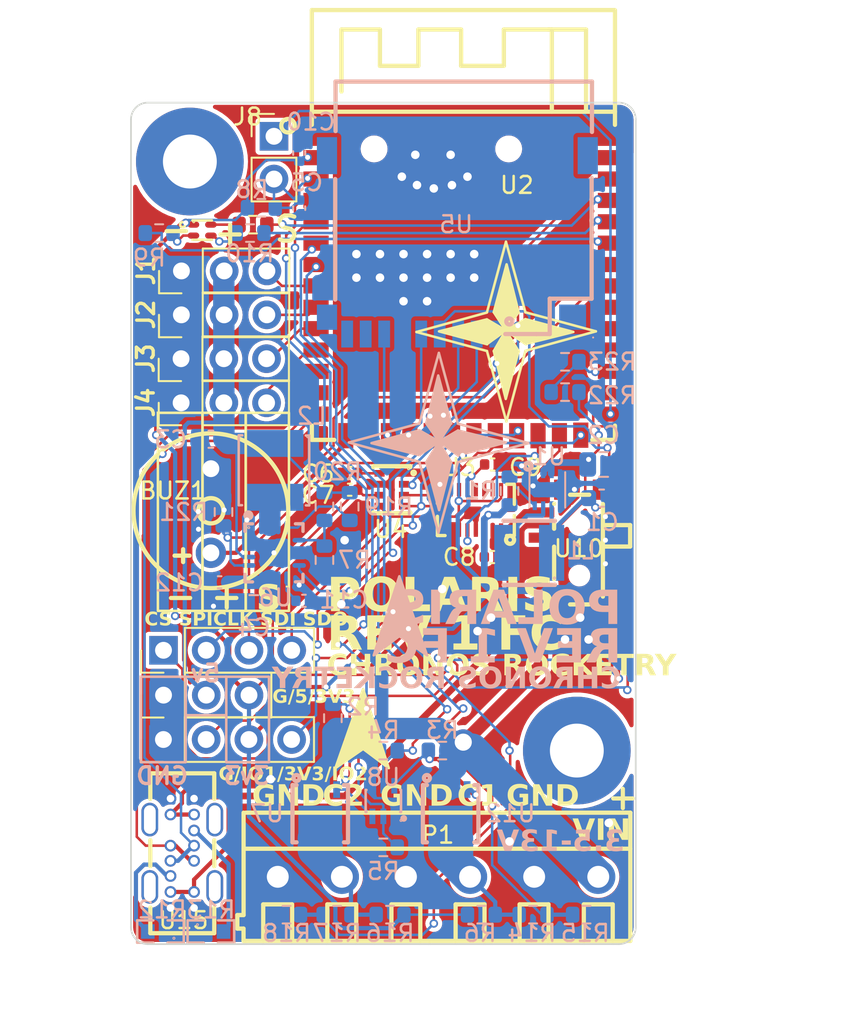
<source format=kicad_pcb>
(kicad_pcb (version 20221018) (generator pcbnew)
  (layers (0 "F.Cu" signal) (31 "B.Cu" signal) (34 "B.Paste" user) (35 "F.Paste" user) (36 "B.SilkS" user "B.Silkscreen") (37 "F.SilkS" user "F.Silkscreen") (38 "B.Mask" user) (39 "F.Mask" user) (44 "Edge.Cuts" user))
  (net 0 "")
  (net 1 "GND")
  (net 2 "/BUZ_CTRL")
  (net 3 "3.3V")
  (net 4 "5V")
  (net 5 "/BAT+")
  (net 6 "/RESET")
  (net 7 "Net-(U6-SS{slash}TR)")
  (net 8 "Net-(J1-Pin_3)")
  (net 9 "Net-(J2-Pin_3)")
  (net 10 "Net-(J3-Pin_3)")
  (net 11 "Net-(J4-Pin_3)")
  (net 12 "Net-(J6-Pin_2)")
  (net 13 "Net-(J6-Pin_4)")
  (net 14 "Net-(J7-Pin_1)")
  (net 15 "/SPI CLK")
  (net 16 "/MOSI {slash} SDI")
  (net 17 "/MISO {slash} SDO")
  (net 18 "/GPIO0 (BOOTLOADER)")
  (net 19 "Net-(U1-SW)")
  (net 20 "Net-(L2-Pad2)")
  (net 21 "/MAIN V+")
  (net 22 "/DROGUE V+")
  (net 23 "Net-(U1-PG)")
  (net 24 "Net-(U7-G)")
  (net 25 "Net-(U12-G)")
  (net 26 "/DROGUE CTRL")
  (net 27 "/MAIN CTRL")
  (net 28 "Net-(U6-FB)")
  (net 29 "Net-(R9-Pad1)")
  (net 30 "Net-(U2-IO42)")
  (net 31 "Net-(R10-Pad1)")
  (net 32 "Net-(U2-RXD0)")
  (net 33 "Net-(R11-Pad1)")
  (net 34 "Net-(U2-TXD0)")
  (net 35 "Net-(U15-CC1)")
  (net 36 "Net-(U15-CC2)")
  (net 37 "/MAIN DETECT")
  (net 38 "/DROGUE DETECT")
  (net 39 "Net-(U6-PG)")
  (net 40 "5V_ENABLE")
  (net 42 "Net-(U2-IO19)")
  (net 43 "Net-(U2-IO20)")
  (net 45 "Net-(U2-IO9)")
  (net 46 "Net-(U2-IO10)")
  (net 47 "Net-(U2-IO11)")
  (net 48 "Net-(U2-IO12)")
  (net 49 "/BMP CS")
  (net 50 "/GYRO CS")
  (net 51 "/ACCEL CS")
  (net 52 "VIN_1{slash}4")
  (net 56 "5V_5%BOOST")
  (net 67 "/USB_5V")
  (net 70 "VIN")
  (footprint "MountingHole:MountingHole_3.2mm_M3_Pad" (layer "F.Cu") (at 126.5 138.5)
    (fp_text reference "H1" hide)
    (fp_text value "MountingHole")
  )
  (footprint "polaris-fp:LED-ARRAY-SMD_4P-L1.0-W1.0-TR-RD" (layer "F.Cu") (at 104.231585 107.574994 90)
    (fp_text reference "U14" hide)
    (fp_text value "FC-B1010RGBT-HG")
  )
  (footprint "Capacitor_SMD:C_0402_1005Metric" (layer "F.Cu") (at 121.48 127)
    (fp_text reference "C8")
    (fp_text value "100nF")
  )
  (footprint "Resistor_SMD:R_0603_1608Metric" (layer "F.Cu") (at 107.25 107.25)
    (fp_text reference "R11" hide)
    (fp_text value "100")
  )
  (footprint "polaris-fp:CONN-TH_6P-P3.81_WJ124-3.81-6P" (layer "F.Cu") (at 118.25 146 -90)
    (fp_text reference "P1")
    (fp_text value "WJ124-3_81-6P")
  )
  (footprint "polaris-fp:SW-TH_MSK12C02-HB-1" (layer "F.Cu") (at 126.099949 126.599949 90)
    (fp_text reference "U10")
    (fp_text value "MSK12C02-HB")
  )
  (footprint "Capacitor_SMD:C_0402_1005Metric" (layer "F.Cu") (at 113 123 180)
    (fp_text reference "C7")
    (fp_text value "100nF")
  )
  (footprint "Connector_PinHeader_2.54mm:PinHeader_1x02_P2.54mm_Vertical" (layer "F.Cu") (at 108.5 102)
    (fp_text reference "J8")
    (fp_text value "Conn_01x02")
  )
  (footprint "polaris-fp:WIRELM-SMD_ESP32-S3-WROOM-1" (layer "F.Cu") (at 119.750064 110.894971)
    (fp_text reference "U2")
    (fp_text value "ESP32-S2-SOLO-2-N4")
  )
  (footprint "Connector_PinHeader_2.54mm:PinHeader_1x03_P2.54mm_Vertical" (layer "F.Cu") (at 101.935098 135.206038 90)
    (fp_text reference "J5" hide)
    (fp_text value "Conn_01x03_Pin")
  )
  (footprint "Connector_PinHeader_2.54mm:PinHeader_1x04_P2.54mm_Vertical" (layer "F.Cu") (at 101.928211 137.842654 90)
    (fp_text reference "J6" hide)
    (fp_text value "Conn_01x04")
  )
  (footprint "Connector_PinHeader_2.54mm:PinHeader_1x03_P2.54mm_Vertical" (layer "F.Cu") (at 102.980178 117.83702 90)
    (fp_text reference "J4")
    (fp_text value "Conn_01x03_Pin")
  )
  (footprint "polaris-fp:LGA-16_L4.5-W3.0-P0.50-BL" (layer "F.Cu") (at 120.5 124.199898 90)
    (fp_text reference "U3")
    (fp_text value "BMI088")
  )
  (footprint "MountingHole:MountingHole_3.2mm_M3_Pad" (layer "F.Cu") (at 103.5 103.5)
    (fp_text reference "H4" hide)
    (fp_text value "MountingHole")
  )
  (footprint "Capacitor_SMD:C_0402_1005Metric" (layer "F.Cu") (at 113 122 180)
    (fp_text reference "C6")
    (fp_text value "100nF")
  )
  (footprint "Connector_PinHeader_2.54mm:PinHeader_1x04_P2.54mm_Vertical" (layer "F.Cu") (at 101.93282 132.541025 90)
    (fp_text reference "J7" hide)
    (fp_text value "Conn_01x04")
  )
  (footprint "polaris-fp:BUZ-TH_BD9.0-P5.00-D0.6-FD" (layer "F.Cu") (at 104.75 124.25 90)
    (fp_text reference "BUZ1")
    (fp_text value "HNB09A03")
  )
  (footprint "Capacitor_SMD:C_0402_1005Metric" (layer "F.Cu") (at 121.5 121.5)
    (fp_text reference "C9")
    (fp_text value "100nF")
  )
  (footprint "polaris-fp:USB-C-TH_SHOUHAN_TYPE-C-14PLC-H10.0" (layer "F.Cu") (at 103.049975 144.60014 90)
    (fp_text reference "U15")
    (fp_text value "TYPE-C_14PLC-H10_0")
  )
  (footprint "polaris-fp:LGA-8_L2.5-W2.0-P0.65_AMP6127" (layer "F.Cu") (at 115.5 123)
    (fp_text reference "U4")
    (fp_text value "BMP280")
  )
  (footprint "Connector_PinHeader_2.54mm:PinHeader_1x03_P2.54mm_Vertical" (layer "F.Cu") (at 102.977562 115.215534 90)
    (fp_text reference "J3")
    (fp_text value "Conn_01x03_Pin")
  )
  (footprint "Connector_PinHeader_2.54mm:PinHeader_1x03_P2.54mm_Vertical" (layer "F.Cu") (at 102.995487 112.609123 90)
    (fp_text reference "J2")
    (fp_text value "Conn_01x03_Pin")
  )
  (footprint "Connector_PinHeader_2.54mm:PinHeader_1x03_P2.54mm_Vertical" (layer "F.Cu") (at 103 110 90)
    (fp_text reference "J1")
    (fp_text value "Conn_01x03_Pin")
  )
  (footprint "Capacitor_SMD:C_0603_1608Metric" (layer "B.Cu") (at 127.975 123.5)
    (fp_text reference "C1")
    (fp_text value "22uF")
  )
  (footprint "Capacitor_SMD:C_0402_1005Metric" (layer "B.Cu") (at 110 103 90)
    (fp_text reference "C10")
    (fp_text value "100nF")
  )
  (footprint "Resistor_SMD:R_0603_1608Metric" (layer "B.Cu") (at 120.825 148.25)
    (fp_text reference "R6")
    (fp_text value "10k")
  )
  (footprint "Resistor_SMD:R_0603_1608Metric" (layer "B.Cu") (at 115 144.25)
    (fp_text reference "R5")
    (fp_text value "10k")
  )
  (footprint "Resistor_SMD:R_0603_1608Metric" (layer "B.Cu") (at 123.9 148.25)
    (fp_text reference "R14")
    (fp_text value "30k")
  )
  (footprint "polaris-fp:IND-SMD_L3.0-W3.0" (layer "B.Cu") (at 123.672085 126.75 180)
    (fp_text reference "L1")
    (fp_text value "2.2uH")
  )
  (footprint "polaris-fp:SOT-363_L2.1-W1.3-P0.65-LS2.3-BL" (layer "B.Cu") (at 115 141.5 180)
    (fp_text reference "U8")
    (fp_text value "2N7002KDW_72K")
  )
  (footprint "polaris-fp:IND-SMD_L4.0-W4.0" (layer "B.Cu") (at 108.5 121.849949 -90)
    (fp_text reference "L2")
    (fp_text value "2.2uH")
  )
  (footprint "polaris-fp:QFN-16_L3.0-W3.0-P0.50-TL-EP" (layer "B.Cu") (at 108.5 126.75 -90)
    (fp_text reference "U6")
    (fp_text value "TLV62130RGTR")
  )
  (footprint "polaris-fp:DFN-8_L3.3-W3.0-P0.65-LS3.3-BL-EP" (layer "B.Cu") (at 119 142.25)
    (fp_text reference "U12")
    (fp_text value "AP20P30Q")
  )
  (footprint "Resistor_SMD:R_0603_1608Metric" (layer "B.Cu") (at 125.8 117.2 180)
    (fp_text reference "R22")
    (fp_text value "30k")
  )
  (footprint "polaris-fp:TF-SMD_TF-PUSH" (layer "B.Cu") (at 119.39986 108.450025)
    (fp_text reference "U5")
    (fp_text value "TF_PUSH")
  )
  (footprint "Resistor_SMD:R_0603_1608Metric" (layer "B.Cu") (at 127.075 148.25)
    (fp_text reference "R15")
    (fp_text value "10k")
  )
  (footprint "Resistor_SMD:R_0603_1608Metric" (layer "B.Cu") (at 112.25 148.25 180)
    (fp_text reference "R17")
    (fp_text value "30k")
  )
  (footprint "Capacitor_SMD:C_0805_2012Metric" (layer "B.Cu") (at 107.3 130 180)
    (fp_text reference "C4")
    (fp_text value "10uF")
  )
  (footprint "polaris-fp:R0603" (layer "B.Cu") (at 104.75 149.25)
    (fp_text reference "R13")
    (fp_text value "0603WAF5101T5E")
  )
  (footprint "Capacitor_SMD:C_0402_1005Metric" (layer "B.Cu") (at 110 106.27 -90)
    (fp_text reference "C5")
    (fp_text value "100nF")
  )
  (footprint "Resistor_SMD:R_0603_1608Metric" (layer "B.Cu") (at 111.5 127.175 -90)
    (fp_text reference "R7")
    (fp_text value "30k")
  )
  (footprint "Resistor_SMD:R_0603_1608Metric" (layer "B.Cu") (at 101.675 107.75 180)
    (fp_text reference "R9")
    (fp_text value "51")
  )
  (footprint "polaris-fp:WSON-8_L2.0-W2.0-P0.50-TL-EP" (layer "B.Cu") (at 124.75 123 -90)
    (fp_text reference "U1")
    (fp_text value "TPS62172DSGR")
  )
  (footprint "Resistor_SMD:R_0603_1608Metric" (layer "B.Cu") (at 115.4 148.25 180)
    (fp_text reference "R16")
    (fp_text value "10k")
  )
  (footprint "Resistor_SMD:R_0603_1608Metric" (layer "B.Cu") (at 118.5 138.5 180)
    (fp_text reference "R3")
    (fp_text value "10k")
  )
  (footprint "Capacitor_SMD:C_0805_2012Metric" (layer "B.Cu") (at 128.095004 121.5)
    (fp_text reference "C2")
    (fp_text value "10uF")
  )
  (footprint "Capacitor_SMD:C_0603_1608Metric" (layer "B.Cu") (at 104.75 120 180)
    (fp_text reference "C3")
    (fp_text value "22uF")
  )
  (footprint "polaris-fp:DFN-8_L3.3-W3.0-P0.65-LS3.3-BL-EP" (layer "B.Cu") (at 111.249873 142.25)
    (fp_text reference "U7")
    (fp_text value "AP20P30Q")
  )
  (footprint "Capacitor_SMD:C_0402_1005Metric" (layer "B.Cu") (at 105.27 128.5)
    (fp_text reference "C12")
    (fp_text value "100nF")
  )
  (footprint "Resistor_SMD:R_0603_1608Metric" (layer "B.Cu") (at 107.75 106.25 180)
    (fp_text reference "R8")
    (fp_text value "10k")
  )
  (footprint "Resistor_SMD:R_0603_1608Metric" (layer "B.Cu") (at 122.5 123.075 90)
    (fp_text reference "R1")
    (fp_text value "100k")
  )
  (footprint "Capacitor_SMD:C_0402_1005Metric" (layer "B.Cu") (at 110.28 129.6 180)
    (fp_text reference "C11")
    (fp_text value "3.3nF")
  )
  (footprint "polaris-fp:R0603" (layer "B.Cu") (at 101.753366 149.25 180)
    (fp_text reference "R12")
    (fp_text value "0603WAF5101T5E")
  )
  (footprint "Resistor_SMD:R_0603_1608Metric" (layer "B.Cu") (at 125.8 115.4 180)
    (fp_text reference "R23")
    (fp_text value "10k")
  )
  (footprint "Resistor_SMD:R_0603_1608Metric" (layer "B.Cu") (at 109.25 148.25 180)
    (fp_text reference "R18")
    (fp_text value "10k")
  )
  (footprint "Resistor_SMD:R_0603_1608Metric" (layer "B.Cu") (at 107.075 107.75)
    (fp_text reference "R10")
    (fp_text value "51")
  )
  (footprint "Resistor_SMD:R_0603_1608Metric" (layer "B.Cu") (at 111.5 124 -90)
    (fp_text reference "R20")
    (fp_text value "160k")
  )
  (footprint "Resistor_SMD:R_0603_1608Metric" (layer "B.Cu") (at 113 124 90)
    (fp_text reference "R19")
    (fp_text value "100k")
  )
  (footprint "Resistor_SMD:R_0603_1608Metric" (layer "B.Cu") (at 105.5 124.325 -90)
    (fp_text reference "R21")
    (fp_text value "10k")
  )
  (footprint "Resistor_SMD:R_0603_1608Metric" (layer "B.Cu") (at 115 138.5 180)
    (fp_text reference "R4")
    (fp_text value "10k")
  )
  (footprint "Resistor_SMD:R_0603_1608Metric" (layer "B.Cu") (at 112 136.575 90)
    (fp_text reference "R2")
    (fp_text value "10k")
  )
  (gr_poly (pts (xy 119.435721 119.48283) (xy 118.3132 120.142) (xy 119.435721 120.95603)) (stroke (width 0.15)) (fill solid) (layer "B.SilkS"))
  (gr_poly (pts (xy 117.602 132.842) (xy 115.951 128.143) (xy 114.427 132.842) (xy 115.951 131.699)) (stroke (width 0.15)) (fill solid) (layer "B.SilkS"))
  (gr_line (start 119.430492 121.36243) (end 123.621492 120.23213) (stroke (width 0.15)) (layer "B.SilkS"))
  (gr_poly (pts (xy 119.435721 120.95603) (xy 122.280521 120.19403) (xy 119.435721 119.48283)) (stroke (width 0.15)) (fill solid) (layer "B.SilkS"))
  (gr_rect (start 105.664 134.112) (end 108.204 139.192) (stroke (width 0.15)) (fill none) (layer "B.SilkS"))
  (gr_line (start 118.3005 114.8715) (end 117.1448 119.0625) (stroke (width 0.15)) (layer "B.SilkS"))
  (gr_poly (pts (xy 119.0244 121.366429) (xy 118.3132 120.142) (xy 117.5512 121.366429)) (stroke (width 0.15)) (fill solid) (layer "B.SilkS"))
  (gr_line (start 117.1448 121.3612) (end 118.2751 125.5522) (stroke (width 0.15)) (layer "B.SilkS"))
  (gr_poly (pts (xy 117.5512 121.366429) (xy 118.3132 124.211229) (xy 119.0244 121.366429)) (stroke (width 0.15)) (fill solid) (layer "B.SilkS"))
  (gr_poly (pts (xy 119.0244 119.057271) (xy 118.2624 116.212471) (xy 117.5512 119.057271)) (stroke (width 0.15)) (fill solid) (layer "B.SilkS"))
  (gr_line (start 123.621492 120.23213) (end 119.430492 119.07643) (stroke (width 0.15)) (layer "B.SilkS"))
  (gr_rect (start 103.251 134.112) (end 105.664 136.398) (stroke (width 0.15)) (fill none) (layer "B.SilkS"))
  (gr_line (start 118.2751 125.5522) (end 119.4308 121.3612) (stroke (width 0.15)) (layer "B.SilkS"))
  (gr_line (start 119.4308 119.0625) (end 118.3005 114.8715) (stroke (width 0.15)) (layer "B.SilkS"))
  (gr_poly (pts (xy 117.139571 119.4689) (xy 118.3132 120.142) (xy 117.139571 120.9421)) (stroke (width 0.15)) (fill solid) (layer "B.SilkS"))
  (gr_poly (pts (xy 117.5512 119.057271) (xy 118.3132 120.142) (xy 119.0244 119.057271)) (stroke (width 0.15)) (fill solid) (layer "B.SilkS"))
  (gr_line (start 117.1448 119.0625) (end 112.9538 120.1928) (stroke (width 0.15)) (layer "B.SilkS"))
  (gr_line (start 112.9538 120.1928) (end 117.1448 121.3485) (stroke (width 0.15)) (layer "B.SilkS"))
  (gr_rect (start 100.584 134.112) (end 103.251 139.192) (stroke (width 0.15)) (fill none) (layer "B.SilkS"))
  (gr_poly (pts (xy 117.139571 119.4689) (xy 114.294771 120.2309) (xy 117.139571 120.9421)) (stroke (width 0.15)) (fill solid) (layer "B.SilkS"))
  (gr_poly (pts (xy 123.0376 114.762429) (xy 122.2756 117.607229) (xy 121.5644 114.762429)) (stroke (width 0.15)) (fill solid) (layer "F.SilkS"))
  (gr_poly (pts (xy 123.0376 112.453271) (xy 122.2756 113.538) (xy 121.5644 112.453271)) (stroke (width 0.15)) (fill solid) (layer "F.SilkS"))
  (gr_line (start 121.158308 112.47243) (end 116.967308 113.62813) (stroke (width 0.15)) (layer "F.SilkS"))
  (gr_poly (pts (xy 121.153079 112.87883) (xy 122.2756 113.538) (xy 121.153079 114.35203)) (stroke (width 0.15)) (fill solid) (layer "F.SilkS"))
  (gr_line (start 123.444 112.4585) (end 122.2883 108.2675) (stroke (width 0.15)) (layer "F.SilkS"))
  (gr_poly (pts (xy 123.449229 112.8649) (xy 122.2756 113.538) (xy 123.449229 114.3381)) (stroke (width 0.15)) (fill solid) (layer "F.SilkS"))
  (gr_line (start 116.967308 113.62813) (end 121.158308 114.75843) (stroke (width 0.15)) (layer "F.SilkS"))
  (gr_poly (pts (xy 121.5644 114.762429) (xy 122.2756 113.538) (xy 123.0376 114.762429)) (stroke (width 0.15)) (fill solid) (layer "F.SilkS"))
  (gr_line (start 122.2883 108.2675) (end 121.158 112.4585) (stroke (width 0.15)) (layer "F.SilkS"))
  (gr_rect (start 104.250178 118.43002) (end 106.820178 130.2) (stroke (width 0.15)) (fill none) (layer "F.SilkS"))
  (gr_rect (start 101.6 118.43002) (end 104.250178 130.2) (stroke (width 0.15)) (fill none) (layer "F.SilkS"))
  (gr_poly (pts (xy 121.5644 112.453271) (xy 122.3264 109.608471) (xy 123.0376 112.453271)) (stroke (width 0.15)) (fill solid) (layer "F.SilkS"))
  (gr_poly (pts (xy 121.153079 114.35203) (xy 118.308279 113.59003) (xy 121.153079 112.87883)) (stroke (width 0.15)) (fill solid) (layer "F.SilkS"))
  (gr_poly (pts (xy 112.149 139.543) (xy 113.8 134.844) (xy 115.324 139.543) (xy 113.8 138.4)) (stroke (width 0.15)) (fill solid) (layer "F.SilkS"))
  (gr_line (start 127.635 113.5888) (end 123.444 112.4585) (stroke (width 0.15)) (layer "F.SilkS"))
  (gr_rect (start 106.820178 118.43002) (end 109.390178 130.2) (stroke (width 0.15)) (fill none) (layer "F.SilkS"))
  (gr_line (start 121.158 114.7572) (end 122.3137 118.9482) (stroke (width 0.15)) (layer "F.SilkS"))
  (gr_line (start 122.3137 118.9482) (end 123.444 114.7572) (stroke (width 0.15)) (layer "F.SilkS"))
  (gr_line (start 123.444 114.7445) (end 127.635 113.5888) (stroke (width 0.15)) (layer "F.SilkS"))
  (gr_poly (pts (xy 123.449229 112.8649) (xy 126.294029 113.6269) (xy 123.449229 114.3381)) (stroke (width 0.15)) (fill solid) (layer "F.SilkS"))
  (gr_arc (start 130 149) (mid 129.707107 149.707107) (end 129 150) (stroke (width 0.1)) (layer "Edge.Cuts"))
  (gr_line (start 100 149) (end 100 101) (stroke (width 0.1)) (layer "Edge.Cuts"))
  (gr_arc (start 100 101) (mid 100.292893 100.292893) (end 101 100) (stroke (width 0.1)) (layer "Edge.Cuts"))
  (gr_line (start 101 100) (end 129 100) (stroke (width 0.1)) (layer "Edge.Cuts"))
  (gr_arc (start 101 150) (mid 100.292893 149.707107) (end 100 149) (stroke (width 0.1)) (layer "Edge.Cuts"))
  (gr_arc (start 129 100) (mid 129.707107 100.292893) (end 130 101) (stroke (width 0.1)) (layer "Edge.Cuts"))
  (gr_line (start 130 101) (end 130 149) (stroke (width 0.1)) (layer "Edge.Cuts"))
  (gr_line (start 129 150) (end 101 150) (stroke (width 0.1)) (layer "Edge.Cuts"))
  (gr_text "5v" (at 105.41 134.493) (layer "B.SilkS") (effects (font (size 1 1) (thickness 0.2) bold) (justify left bottom mirror)))
  (gr_text "REV 1 FC" (at 129.159 133.604) (layer "B.SilkS") (effects (font (size 2 2) (thickness 0.35) bold italic) (justify left bottom mirror)))
  (gr_text "CHRONOS ROCKETRY" (at 129.159 135.001) (layer "B.SilkS") (effects (font (size 1.25 1.25) (thickness 0.25) bold italic) (justify left bottom mirror)))
  (gr_text "GND\n" (at 103.505 140.589) (layer "B.SilkS") (effects (font (size 1 1) (thickness 0.2) bold) (justify left bottom mirror)))
  (gr_text "POLARIS" (at 129.159 131.318) (layer "B.SilkS") (effects (font (size 2 2) (thickness 0.35) bold italic) (justify left bottom mirror)))
  (gr_text "3v3" (at 108.331 140.589) (layer "B.SilkS") (effects (font (size 1 1) (thickness 0.2) bold) (justify left bottom mirror)))
  (gr_text "3.5-13V" (at 129.3368 144.6784) (layer "B.SilkS") (effects (font (size 1.25 1.25) (thickness 0.25) bold) (justify left bottom mirror)))
  (gr_text "S\n" (at 107.442 130.4) (layer "F.SilkS") (effects (font (size 1.5 1.5) (thickness 0.25) bold) (justify left bottom)))
  (gr_text "VIN" (at 126.238 144.018) (layer "F.SilkS") (effects (font (size 1.25 1.25) (thickness 0.25) bold) (justify left bottom)))
  (gr_text "-" (at 101.6 108.4) (layer "F.SilkS") (effects (font (size 1.5 1.5) (thickness 0.25) bold) (justify left bottom)))
  (gr_text "GND" (at 114.808 141.986) (layer "F.SilkS") (effects (font (size 1.25 1.25) (thickness 0.25) bold) (justify left bottom)))
  (gr_text "CHRONOS ROCKETRY" (at 111.633 134.239) (layer "F.SilkS") (effects (font (size 1.25 1.25) (thickness 0.25) bold italic) (justify left bottom)))
  (gr_text "C1" (at 119.38 141.986) (layer "F.SilkS") (effects (font (size 1.25 1.25) (thickness 0.25) bold) (justify left bottom)))
  (gr_text "+" (at 128.143 142.113) (layer "F.SilkS") (effects (font (size 1.5 1.5) (thickness 0.25) bold) (justify left bottom)))
  (gr_text "-" (at 101.854 130.2) (layer "F.SilkS") (effects (font (size 1.5 1.5) (thickness 0.25) bold) (justify left bottom)))
  (gr_text "REV 1 FC" (at 111.633 132.842) (layer "F.SilkS") (effects (font (size 2 2) (thickness 0.35) bold italic) (justify left bottom)))
  (gr_text "G/5/3V3" (at 108.4 135.8) (layer "F.SilkS") (effects (font (size 0.8 0.8) (thickness 0.2) bold) (justify left bottom)))
  (gr_text "+" (at 104.6 130.2) (layer "F.SilkS") (effects (font (size 1.5 1.5) (thickness 0.25) bold) (justify left bottom)))
  (gr_text "G/IO1/3V3/IO2" (at 105.2 140.4) (layer "F.SilkS") (effects (font (size 0.8 0.8) (thickness 0.2) bold) (justify left bottom)))
  (gr_text "GND" (at 122.301 141.986) (layer "F.SilkS") (effects (font (size 1.25 1.25) (thickness 0.25) bold) (justify left bottom)))
  (gr_text "+" (at 104.8 108.6) (layer "F.SilkS") (effects (font (size 1.5 1.5) (thickness 0.25) bold) (justify left bottom)))
  (gr_text "C2" (at 111.379 141.986) (layer "F.SilkS") (effects (font (size 1.25 1.25) (thickness 0.25) bold) (justify left bottom)))
  (gr_text "POLARIS" (at 111.633 130.556) (layer "F.SilkS") (effects (font (size 2 2) (thickness 0.35) bold italic) (justify left bottom)))
  (gr_text "GND" (at 107.188 141.986) (layer "F.SilkS") (effects (font (size 1.25 1.25) (thickness 0.25) bold) (justify left bottom)))
  (gr_text "S\n" (at 108.4 108.4) (layer "F.SilkS") (effects (font (size 1.5 1.5) (thickness 0.25) bold) (justify left bottom)))
  (gr_text "CS SPICLK SDI SDO" (at 100.8 131.2) (layer "F.SilkS") (effects (font (size 0.8 0.8) (thickness 0.2) bold) (justify left bottom)))
  (segment (start 119.497968 124.902032) (end 119.497968 125.399796) (width 0.15) (layer "F.Cu") (net 1))
  (segment (start 120.497968 124.824917) (end 120.273051 124.6) (width 0.15) (layer "F.Cu") (net 1))
  (segment (start 103.575 125.787) (end 103.575 128.594) (width 0.15) (layer "F.Cu") (net 1))
  (segment (start 120.497968 125.399796) (end 120.497968 124.824917) (width 0.15) (layer "F.Cu") (net 1))
  (segment (start 126.356436 122.367588) (end 126.356436 122.981059) (width 0.15) (layer "F.Cu") (net 1))
  (segment (start 116.224917 122.024892) (end 117.706892 122.024892) (width 0.15) (layer "F.Cu") (net 1))
  (segment (start 100.75782 134.02876) (end 100.75782 125.74218) (width 0.25) (layer "F.Cu") (net 1))
  (segment (start 117.706892 122.024892) (end 118.364 122.682) (width 0.15) (layer "F.Cu") (net 1))
  (segment (start 105.537 124.206) (end 106.299 124.206) (width 0.15) (layer "F.Cu") (net 1))
  (segment (start 103.575 128.594) (end 104.902 129.921) (width 0.15) (layer "F.Cu") (net 1))
  (segment (start 119.497968 125.399796) (end 118.997841 125.399796) (width 0.15) (layer "F.Cu") (net 1))
  (segment (start 108.5 126.75) (end 108.5 126.45) (width 0.15) (layer "F.Cu") (net 1))
  (segment (start 120.273051 124.6) (end 119.8 124.6) (width 0.15) (layer "F.Cu") (net 1))
  (segment (start 123.220963 121.577804) (end 123.198767 121.6) (width 0.15) (layer "F.Cu") (net 1))
  (segment (start 119.8 124.6) (end 119.497968 124.902032) (width 0.15) (layer "F.Cu") (net 1))
  (segment (start 123.897499 122.774447) (end 124.546946 122.125) (width 0.15) (layer "F.Cu") (net 1))
  (segment (start 111.95 123) (end 112.52 123) (width 0.15) (layer "F.Cu") (net 1))
  (segment (start 100.75782 125.74218) (end 104.75 121.75) (width 0.25) (layer "F.Cu") (net 1))
  (segment (start 123.198767 121.6) (end 122.08 121.6) (width 0.15) (layer "F.Cu") (net 1))
  (segment (start 104.013 125.349) (end 103.575 125.787) (width 0.15) (layer "F.Cu") (net 1))
  (segment (start 124.546946 122.125) (end 126.113848 122.125) (width 0.15) (layer "F.Cu") (net 1))
  (segment (start 106.299 124.206) (end 106.892779 124.799779) (width 0.15) (layer "F.Cu") (net 1))
  (segment (start 126.113848 122.125) (end 126.356436 122.367588) (width 0.15) (layer "F.Cu") (net 1))
  (segment (start 108.5 126.45) (end 111.95 123) (width 0.15) (layer "F.Cu") (net 1))
  (segment (start 101.935098 135.206038) (end 100.75782 134.02876) (width 0.25) (layer "F.Cu") (net 1))
  (via (at 116.9 103.1) (size 0.762) (drill 0.508) (layers "F.Cu" "B.Cu") (net 1))
  (via (at 117.6 109) (size 0.762) (drill 0.508) (layers "F.Cu" "B.Cu") (net 1))
  (via (at 108.5 126.75) (size 0.5) (drill 0.3) (layers "F.Cu" "B.Cu") (net 1))
  (via (at 120.4 110.4) (size 0.762) (drill 0.508) (layers "F.Cu" "B.Cu") (net 1))
  (via (at 119 109) (size 0.762) (drill 0.508) (layers "F.Cu" "B.Cu") (net 1))
  (via (at 128.4 142.8) (size 0.762) (drill 0.508) (layers "F.Cu" "B.Cu") (net 1))
  (via (at 118.5 128.9) (size 0.762) (drill 0.508) (layers "F.Cu" "B.Cu") (net 1))
  (via (at 113.4 110.4) (size 0.762) (drill 0.508) (layers "F.Cu" "B.Cu") (net 1))
  (via (at 123.220963 121.577804) (size 0.5) (drill 0.3) (layers "F.Cu" "B.Cu") (net 1))
  (via (at 117 104.9) (size 0.762) (drill 0.508) (layers "F.Cu" "B.Cu") (net 1))
  (via (at 116.1 104.4) (size 0.762) (drill 0.508) (layers "F.Cu" "B.Cu") (net 1))
  (via (at 113.4 109) (size 0.762) (drill 0.508) (layers "F.Cu" "B.Cu") (net 1))
  (via (at 116.2 110.4) (size 0.762) (drill 0.508) (layers "F.Cu" "B.Cu") (net 1))
  (via (at 119 103.1) (size 0.762) (drill 0.508) (layers "F.Cu" "B.Cu") (net 1))
  (via (at 118.364 122.682) (size 0.5) (drill 0.3) (layers "F.Cu" "B.Cu") (net 1))
  (via (at 104.013 125.349) (size 0.5) (drill 0.3) (layers "F.Cu" "B.Cu") (net 1))
  (via (at 112.7 126) (size 0.762) (drill 0.508) (layers "F.Cu" "B.Cu") (net 1))
  (via (at 128.2 126) (size 0.5) (drill 0.3) (layers "F.Cu" "B.Cu") (net 1))
  (via (at 120.6 131.4) (size 0.762) (drill 0.508) (layers "F.Cu" "B.Cu") (net 1))
  (via (at 106.892779 124.799779) (size 0.5) (drill 0.3) (layers "F.Cu" "B.Cu") (net 1))
  (via (at 104 124.3) (size 0.5) (drill 0.3) (layers "F.Cu" "B.Cu") (net 1))
  (via (at 119 110.4) (size 0.762) (drill 0.508) (layers "F.Cu" "B.Cu") (net 1))
  (via (at 114.8 109) (size 0.762) (drill 0.508) (layers "F.Cu" "B.Cu") (net 1))
  (via (at 119.07665 104.902552) (size 0.762) (drill 0.508) (layers "F.Cu" "B.Cu") (net 1))
  (via (at 120 104.4) (size 0.762) (drill 0.508) (layers "F.Cu" "B.Cu") (net 1))
  (via (at 128.2 127.4) (size 0.5) (drill 0.3) (layers "F.Cu" "B.Cu") (net 1))
  (via (at 105.537 124.206) (size 0.5) (drill 0.3) (layers "F.Cu" "B.Cu") (net 1))
  (via (at 109.996034 128.665112) (size 0.5) (drill 0.3) (layers "F.Cu" "B.Cu") (net 1))
  (via (at 117.6 110.4) (size 0.762) (drill 0.508) (layers "F.Cu" "B.Cu") (net 1))
  (via (at 116.2 111.8) (size 0.762) (drill 0.508) (layers "F.Cu" "B.Cu") (net 1))
  (via (at 126.356436 122.981059) (size 0.5) (drill 0.3) (layers "F.Cu" "B.Cu") (net 1))
  (via (at 117.6 111.8) (size 0.762) (drill 0.508) (layers "F.Cu" "B.Cu") (net 1))
  (via (at 116.2 109) (size 0.762) (drill 0.508) (layers "F.Cu" "B.Cu") (net 1))
  (via (at 125.8 131.9) (size 0.762) (drill 0.508) (layers "F.Cu" "B.Cu") (net 1))
  (via (at 127.2 131.9) (size 0.762) (drill 0.508) (layers "F.Cu" "B.Cu") (net 1))
  (via (at 121.4 130.6) (size 0.762) (drill 0.508) (layers "F.Cu" "B.Cu") (net 1))
  (via (at 112.5 129.8) (size 0.762) (drill 0.508) (layers "F.Cu" "B.Cu") (net 1))
  (via (at 123.897499 122.774447) (size 0.5) (drill 0.3) (layers "F.Cu" "B.Cu") (net 1))
  (via (at 104.902 129.921) (size 0.5) (drill 0.3) (layers "F.Cu" "B.Cu") (net 1))
  (via (at 118 105.1) (size 0.762) (drill 0.508) (layers "F.Cu" "B.Cu") (net 1))
  (via (at 128.2 124.6) (size 0.5) (drill 0.3) (layers "F.Cu" "B.Cu") (net 1))
  (via (at 114.8 110.4) (size 0.762) (drill 0.508) (layers "F.Cu" "B.Cu") (net 1))
  (via (at 120.4 109) (size 0.762) (drill 0.508) (layers "F.Cu" "B.Cu") (net 1))
  (via (at 126.7 130.6) (size 0.762) (drill 0.508) (layers "F.Cu" "B.Cu") (net 1))
  (via (at 108.3 140.2) (size 0.762) (drill 0.508) (layers "F.Cu" "B.Cu") (net 1))
  (via (at 122.5 143.9) (size 0.762) (drill 0.508) (layers "F.Cu" "B.Cu") (net 1))
  (segment (start 115.649987 141.905013) (end 115.649987 142.408052) (width 0.15) (layer "B.Cu") (net 1))
  (segment (start 126.337495 123) (end 124.75 123) (width 0.15) (layer "B.Cu") (net 1))
  (segment (start 114.475115 141.325051) (end 115.070025 141.325051) (width 0.15) (layer "B.Cu") (net 1))
  (segment (start 123.999936 121.999936) (end 123.577804 121.577804) (width 0.15) (layer "B.Cu") (net 1))
  (segment (start 126.356436 122.981059) (end 126.337495 123) (width 0.15) (layer "B.Cu") (net 1))
  (segment (start 104 124.3) (end 105.443 124.3) (width 0.15) (layer "B.Cu") (net 1))
  (segment (start 124.123052 123) (end 123.897499 122.774447) (width 0.4) (layer "B.Cu") (net 1))
  (segment (start 106.35 130) (end 104.981 130) (width 0.15) (layer "B.Cu") (net 1))
  (segment (start 103.975 120) (end 103.975 125.311) (width 0.15) (layer "B.Cu") (net 1))
  (segment (start 115.070025 141.325051) (end 115.649987 141.905013) (width 0.15) (layer "B.Cu") (net 1))
  (segment (start 114.350013 141.199949) (end 114.475115 141.325051) (width 0.15) (layer "B.Cu") (net 1))
  (segment (start 105.443 124.3) (end 105.537 124.206) (width 0.15) (layer "B.Cu") (net 1))
  (segment (start 114.350013 140.591948) (end 114.350013 141.199949) (width 0.15) (layer "B.Cu") (net 1))
  (segment (start 103.975 125.311) (end 104.013 125.349) (width 0.15) (layer "B.Cu") (net 1))
  (segment (start 123.577804 121.577804) (end 123.220963 121.577804) (width 0.15) (layer "B.Cu") (net 1))
  (segment (start 124.75 123) (end 124.123052 123) (width 0.4) (layer "B.Cu") (net 1))
  (segment (start 104.981 130) (end 104.902 129.921) (width 0.15) (layer "B.Cu") (net 1))
  (segment (start 104.75 126.75) (end 106.25 126.75) (width 0.25) (layer "F.Cu") (net 2))
  (segment (start 106.25 126.75) (end 112.76505 120.23495) (width 0.25) (layer "F.Cu") (net 2))
  (segment (start 104.093496 130.5) (end 105.83782 132.244324) (width 0.25) (layer "F.Cu") (net 3))
  (segment (start 120.26 122.202189) (end 120.231237 122.173426) (width 0.25) (layer "F.Cu") (net 3))
  (segment (start 114.775083 123.324867) (end 113.804867 123.324867) (width 0.15) (layer "F.Cu") (net 3))
  (segment (start 128.3245 120.507384) (end 128.424974 120.607858) (width 0.15) (layer "F.Cu") (net 3))
  (segment (start 103.257111 107.141117) (end 103.04571 107.141117) (width 0.25) (layer "F.Cu") (net 3))
  (segment (start 114.775083 122.024892) (end 113.504892 122.024892) (width 0.15) (layer "F.Cu") (net 3))
  (segment (start 120.26 122.26) (end 121.02 121.5) (width 0.15) (layer "F.Cu") (net 3))
  (segment (start 113.48 122) (end 113.48 123) (width 0.15) (layer "F.Cu") (net 3))
  (segment (start 113.804867 123.324867) (end 113.48 123) (width 0.15) (layer "F.Cu") (net 3))
  (segment (start 119.997841 122.522159) (end 120.26 122.26) (width 0.15) (layer "F.Cu") (net 3))
  (segment (start 120.997841 125.399796) (end 120.997841 126.997841) (width 0.15) (layer "F.Cu") (net 3))
  (segment (start 103.04571 107.141117) (end 101.5 108.686827) (width 0.25) (layer "F.Cu") (net 3))
  (segment (start 119.997841 123) (end 119.997841 122.522159) (width 0.15) (layer "F.Cu") (net 3))
  (segment (start 103.604287 107.141117) (end 103.71317 107.25) (width 0.15) (layer "F.Cu") (net 3))
  (segment (start 114.274502 133.4755) (end 116.492111 131.257891) (width 0.25) (layer "F.Cu") (net 3))
  (segment (start 101.5 108.686827) (end 101.5 119.75) (width 0.25) (layer "F.Cu") (net 3))
  (segment (start 128.424974 120.607858) (end 128.424974 123.875) (width 0.15) (layer "F.Cu") (net 3))
  (segment (start 113.2 133.4755) (end 114.274502 133.4755) (width 0.25) (layer "F.Cu") (net 3))
  (segment (start 102.6255 130.5) (end 104.093496 130.5) (width 0.25) (layer "F.Cu") (net 3))
  (segment (start 113.48 123) (end 108.42782 128.05218) (width 0.15) (layer "F.Cu") (net 3))
  (segment (start 110.125365 134.7255) (end 107.008211 137.842654) (width 0.25) (layer "F.Cu") (net 3))
  (segment (start 121.25 124.5) (end 120.997841 124.752159) (width 0.15) (layer "F.Cu") (net 3))
  (segment (start 105.83782 134.02876) (end 107.015098 135.206038) (width 0.25) (layer "F.Cu") (net 3))
  (segment (start 128.424974 123.875) (end 128.250472 124.049502) (width 0.15) (layer "F.Cu") (net 3))
  (segment (start 108.42782 128.05218) (end 108.42782 133.793316) (width 0.15) (layer "F.Cu") (net 3))
  (segment (start 111.6 134.7255) (end 110.125365 134.7255) (width 0.25) (layer "F.Cu") (net 3))
  (segment (start 120.997841 124.752159) (end 120.997841 125.399796) (width 0.15) (layer "F.Cu") (net 3))
  (segment (start 108.42782 133.793316) (end 107.015098 135.206038) (width 0.15) (layer "F.Cu") (net 3))
  (segment (start 103.257111 107.141117) (end 103.604287 107.141117) (width 0.15) (layer "F.Cu") (net 3))
  (segment (start 128.250472 124.049502) (end 127.6 124.049502) (width 0.15) (layer "F.Cu") (net 3))
  (segment (start 120.26 122.26) (end 120.26 122.202189) (width 0.25) (layer "F.Cu") (net 3))
  (segment (start 105.83782 132.244324) (end 105.83782 134.02876) (width 0.25) (layer "F.Cu") (net 3))
  (via (at 103.257111 107.141117) (size 0.5) (drill 0.3) (layers "F.Cu" "B.Cu") (net 3))
  (via (at 116.492111 131.257891) (size 0.5) (drill 0.3) (layers "F.Cu" "B.Cu") (net 3))
  (via (at 127.6 124.049502) (size 0.5) (drill 0.3) (layers "F.Cu" "B.Cu") (net 3))
  (via (at 110.5 103.25) (size 0.5) (drill 0.3) (layers "F.Cu" "B.Cu") (net 3))
  (via (at 128.3245 120.507384) (size 0.5) (drill 0.3) (layers "F.Cu" "B.Cu") (net 3))
  (via (at 102.6255 130.5) (size 0.5) (drill 0.3) (layers "F.Cu" "B.Cu") (net 3))
  (via (at 121.25 124.5) (size 0.5) (drill 0.3) (layers "F.Cu" "B.Cu") (net 3))
  (via (at 113.2 133.4755) (size 0.5) (drill 0.3) (layers "F.Cu" "B.Cu") (net 3))
  (via (at 111.6 134.7255) (size 0.5) (drill 0.3) (layers "F.Cu" "B.Cu") (net 3))
  (via (at 120.231237 122.173426) (size 0.5) (drill 0.3) (layers "F.Cu" "B.Cu") (net 3))
  (via (at 101.5 119.75) (size 0.5) (drill 0.3) (layers "F.Cu" "B.Cu") (net 3))
  (segment (start 119.249822 112.4) (end 118.349822 113.3) (width 0.15) (layer "B.Cu") (net 3))
  (segment (start 119.126272 131.257891) (end 121.384163 129) (width 0.25) (layer "B.Cu") (net 3))
  (segment (start 127.2 123.649502) (end 127.6 124.049502) (width 0.15) (layer "B.Cu") (net 3))
  (segment (start 102.6255 120.812327) (end 102.6255 130.5) (width 0.25) (layer "B.Cu") (net 3))
  (segment (start 119.423143 127.03898) (end 121 128.615837) (width 0.25) (layer "B.Cu") (net 3))
  (segment (start 120.059502 123.905113) (end 119.423143 124.541472) (width 0.25) (layer "B.Cu") (net 3))
  (segment (start 112.85 133.4755) (end 111.6 134.7255) (width 0.25) (layer "B.Cu") (net 3))
  (segment (start 124.83497 119.23497) (end 123.675 118.075) (width 0.15) (layer "B.Cu") (net 3))
  (segment (start 119.423143 124.541472) (end 119.423143 127.03898) (width 0.25) (layer "B.Cu") (net 3))
  (segment (start 113.2 133.4755) (end 112.85 133.4755) (width 0.25) (layer "B.Cu") (net 3))
  (segment (start 110.5 103.25) (end 110.23 103.25) (width 0.15) (layer "B.Cu") (net 3))
  (segment (start 112.552 149.05) (end 115.425 149.05) (width 0.25) (layer "B.Cu") (net 3))
  (segment (start 109.935 103.415) (end 108.034009 103.415) (width 0.15) (layer "B.Cu") (net 3))
  (segment (start 112.15 147.551186) (end 112.15 148.648) (width 0.25) (layer "B.Cu") (net 3))
  (segment (start 120.231237 122.173426) (end 120 122.404663) (width 0.25) (layer "B.Cu") (net 3))
  (segment (start 123.675 118.075) (end 123.675 112.675) (width 0.15) (layer "B.Cu") (net 3))
  (segment (start 107.015098 135.206038) (end 107.015098 137.835767) (width 0.25) (layer "B.Cu") (net 3))
  (segment (start 124.999936 123.949962) (end 124.999936 126.749936) (width 0.25) (layer "B.Cu") (net 3))
  (segment (start 128.3245 120.507384) (end 127.649847 120.507384) (width 0.15) (layer "B.Cu") (net 3))
  (segment (start 121 128.615837) (end 121 124.75) (width 0.4) (layer "B.Cu") (net 3))
  (segment (start 123.4 112.4) (end 119.249822 112.4) (width 0.15) (layer "B.Cu") (net 3))
  (segment (start 121 124.75) (end 121.25 124.5) (width 0.4) (layer "B.Cu") (net 3))
  (segment (start 127.649847 120.507384) (end 127.260078 120.117615) (width 0.15) (layer "B.Cu") (net 3))
  (segment (start 123.660007 129) (end 121.384163 129) (width 0.4) (layer "B.Cu") (net 3))
  (segment (start 125 127.660007) (end 123.660007 129) (width 0.4) (layer "B.Cu") (net 3))
  (segment (start 120 122.404663) (end 120 123.369265) (width 0.25) (layer "B.Cu") (net 3))
  (segment (start 115.425 149.05) (end 116.225 148.25) (width 0.25) (layer "B.Cu") (net 3))
  (segment (start 127.260078 119.542507) (end 126.952541 119.23497) (width 0.15) (layer "B.Cu") (net 3))
  (segment (start 120.059502 123.428767) (end 120.059502 123.905113) (width 0.25) (layer "B.Cu") (net 3))
  (segment (start 108.034009 103.415) (end 106.925 104.524009) (width 0.15) (layer "B.Cu") (net 3))
  (segment (start 106.925 104.524009) (end 106.925 106.25) (width 0.15) (layer "B.Cu") (net 3))
  (segment (start 127.260078 120.117615) (end 127.260078 119.542507) (width 0.15) (layer "B.Cu") (net 3))
  (segment (start 106.2 106.975) (end 103.423228 106.975) (width 0.15) (layer "B.Cu") (net 3))
  (segment (start 107.008211 142.409397) (end 112.15 147.551186) (width 0.25) (layer "B.Cu") (net 3))
  (segment (start 121.9 124.5) (end 122.5 123.9) (width 0.4) (layer "B.Cu") (net 3))
  (segment (start 107.008211 137.842654) (end 107.008211 142.409397) (width 0.25) (layer "B.Cu") (net 3))
  (segment (start 112.15 148.648) (end 112.552 149.05) (width 0.25) (layer "B.Cu") (net 3))
  (segment (start 110.23 103.25) (end 110 103.48) (width 0.15) (layer "B.Cu") (net 3))
  (segment (start 121.384163 129) (end 121 128.615837) (width 0.4) (layer "B.Cu") (net 3))
  (segment (start 103.423228 106.975) (end 103.257111 107.141117) (width 0.15) (layer "B.Cu") (net 3))
  (segment (start 101.5 119.75) (end 101.563173 119.75) (width 0.25) (layer "B.Cu") (net 3))
  (segment (start 121.25 124.5) (end 121.9 124.5) (width 0.4) (layer "B.Cu") (net 3))
  (segment (start 126.952541 119.23497) (end 124.83497 119.23497) (width 0.15) (layer "B.Cu") (net 3))
  (segment (start 101.563173 119.75) (end 102.6255 120.812327) (width 0.25) (layer "B.Cu") (net 3))
  (segment (start 123.675 112.675) (end 123.4 112.4) (width 0.15) (layer "B.Cu") (net 3))
  (segment (start 116.225 148.25) (end 120 148.25) (width 0.15) (layer "B.Cu") (net 3))
  (segment (start 106.925 106.25) (end 106.2 106.975) (width 0.15) (layer "B.Cu") (net 3))
  (segment (start 116.492111 131.257891) (end 119.126272 131.257891) (width 0.25) (layer "B.Cu") (net 3))
  (segment (start 125 125.485535) (end 126.985535 123.5) (width 0.25) (layer "B.Cu") (net 3))
  (segment (start 120 123.369265) (end 120.059502 123.428767) (width 0.25) (layer "B.Cu") (net 3))
  (segment (start 106.652971 126.999936) (end 107 126.999936) (width 0.15) (layer "B.Cu") (net 4))
  (segment (start 103.2 119.222592) (end 103.410572 119.01202) (width 0.25) (layer "B.Cu") (net 4))
  (segment (start 106.275 120.75) (end 106.275 126.621965) (width 0.15) (layer "B.Cu") (net 4))
  (segment (start 105.775 120.25) (end 105.525 120) (width 1.27) (layer "B.Cu") (net 4))
  (segment (start 105.28552 119.01202) (end 105.525 119.2515) (width 0.25) (layer "B.Cu") (net 4))
  (segment (start 105.525 120) (end 106.275 120.75) (width 0.15) (layer "B.Cu") (net 4))
  (segment (start 108.5 120.25) (end 105.775 120.25) (width 1.27) (layer "B.Cu") (net 4))
  (segment (start 104.475098 135.206038) (end 103.2 133.93094) (width 0.25) (layer "B.Cu") (net 4))
  (segment (start 108.575 120.25) (end 111.5 123.175) (width 0.15) (layer "B.Cu") (net 4))
  (segment (start 105.520178 117.83702) (end 105.520178 115.21815) (width 1.27) (layer "B.Cu") (net 4))
  (segment (start 103.410572 119.01202) (end 105.28552 119.01202) (width 0.25) (layer "B.Cu") (net 4))
  (segment (start 111.5 123.175) (end 113 123.175) (width 0.15) (layer "B.Cu") (net 4))
  (segment (start 105.517562 115.215534) (end 105.517562 110.022438) (width 1.27) (layer "B.Cu") (net 4))
  (segment (start 105.525 120) (end 105.525 117.841842) (width 1.27) (layer "B.Cu") (net 4))
  (segment (start 106.275 126.621965) (end 106.652971 126.999936) (width 0.15) (layer "B.Cu") (net 4))
  (segment (start 105.525 119.2515) (end 105.525 120) (width 0.25) (layer "B.Cu") (net 4))
  (segment (start 103.2 133.93094) (end 103.2 119.222592) (width 0.25) (layer "B.Cu") (net 4))
  (segment (start 119.81 138) (end 119.75 138) (width 0.8) (layer "F.Cu") (net 5))
  (segment (start 124.399924 133.410076) (end 119.81 138) (width 0.8) (layer "F.Cu") (net 5))
  (segment (start 124.399924 128.849885) (end 124.399924 133.410076) (width 0.8) (layer "F.Cu") (net 5))
  (via (at 119.75 138) (size 1.524) (drill 1.016) (layers "F.Cu" "B.Cu") (net 5))
  (segment (start 119.325 138.5) (end 118.937479 138.887521) (width 1.27) (layer "B.Cu") (net 5))
  (segment (start 108.250064 129.999936) (end 108.250064 128.385) (width 1.27) (layer "B.Cu") (net 5))
  (segment (start 119.75 138) (end 119.754832 138) (width 0.8) (layer "B.Cu") (net 5))
  (segment (start 118.025019 140.815024) (end 118.937479 140.815024) (width 1.27) (layer "B.Cu") (net 5))
  (segment (start 111.422352 139.667564) (end 111.422352 140.815024) (width 0.8) (layer "B.Cu") (net 5))
  (segment (start 105.75 128.5) (end 108.135064 128.5) (width 0.8) (layer "B.Cu") (net 5))
  (segment (start 119.325 139.515043) (end 118.025019 140.815024) (width 1.27) (layer "B.Cu") (net 5))
  (segment (start 112.369191 130.8) (end 114.9 133.330809) (width 0.8) (layer "B.Cu") (net 5))
  (segment (start 112 139.089916) (end 110.924879 140.165037) (width 0.8) (layer "B.Cu") (net 5))
  (segment (start 112 139.089916) (end 111.422352 139.667564) (width 0.8) (layer "B.Cu") (net 5))
  (segment (start 108.25 130) (end 108.250064 129.999936) (width 1.27) (layer "B.Cu") (net 5))
  (segment (start 127.754832 146) (end 127.775019 146) (width 2.032) (layer "B.Cu") (net 5))
  (segment (start 119.325 138.5) (end 119.325 139.515043) (width 1.27) (layer "B.Cu") (net 5))
  (segment (start 108.135064 128.5) (end 108.250064 128.385) (width 0.8) (layer "B.Cu") (net 5))
  (segment (start 118.303711 137.19) (end 119.325 138.211289) (width 1.27) (layer "B.Cu") (net 5))
  (segment (start 118.937479 138.887521) (end 118.937479 140.552551) (width 1.27) (layer "B.Cu") (net 5))
  (segment (start 114.9 137.19) (end 118.303711 137.19) (width 0.8) (layer "B.Cu") (net 5))
  (segment (start 112.21 137.19) (end 118.303711 137.19) (width 1.27) (layer "B.Cu") (net 5))
  (segment (start 119.325 138.5) (end 120.254832 138.5) (width 2.032) (layer "B.Cu") (net 5))
  (segment (start 112 137.4) (end 112 139.089916) (width 1.27) (layer "B.Cu") (net 5))
  (segment (start 118.937479 140.552551) (end 118.675006 140.815024) (width 1.27) (layer "B.Cu") (net 5))
  (segment (start 118.937479 138.887521) (end 118.937479 140.815024) (width 1.27) (layer "B.Cu") (net 5))
  (segment (start 114.9 133.330809) (end 114.9 137.19) (width 0.8) (layer "B.Cu") (net 5))
  (segment (start 110.274892 140.815024) (end 110.924879 140.815024) (width 1.27) (layer "B.Cu") (net 5))
  (segment (start 110.7 130.8) (end 112.369191 130.8) (width 0.8) (layer "B.Cu") (net 5))
  (segment (start 110.924879 140.165037) (end 110.924879 140.815024) (width 0.8) (layer "B.Cu") (net 5))
  (segment (start 120.254832 138.5) (end 127.754832 146) (width 2.032) (layer "B.Cu") (net 5))
  (segment (start 118.025019 140.815024) (end 118.675006 140.815024) (width 1.27) (layer "B.Cu") (net 5))
  (segment (start 119.325 138.211289) (end 119.325 138.5) (width 1.27) (layer "B.Cu") (net 5))
  (segment (start 108.991025 130.741025) (end 110.641025 130.741025) (width 0.8) (layer "B.Cu") (net 5))
  (segment (start 108.25 130) (end 108.991025 130.741025) (width 0.8) (layer "B.Cu") (net 5))
  (segment (start 112 137.4) (end 112.21 137.19) (width 1.27) (layer "B.Cu") (net 5))
  (segment (start 110.641025 130.741025) (end 110.7 130.8) (width 0.8) (layer "B.Cu") (net 5))
  (segment (start 119.754832 138) (end 120.254832 138.5) (width 0.8) (layer "B.Cu") (net 5))
  (segment (start 112 139.089916) (end 110.274892 140.815024) (width 1.27) (layer "B.Cu") (net 5))
  (via (at 110.5 104.5) (size 0.5) (drill 0.3) (layers "F.Cu" "B.Cu") (net 6))
  (segment (start 108.575 106.25) (end 109.54 106.25) (width 0.15) (layer "B.Cu") (net 6))
  (segment (start 110 105) (end 110.5 104.5) (width 0.15) (layer "B.Cu") (net 6))
  (segment (start 109.75 105.79) (end 110 105.79) (width 0.15) (layer "B.Cu") (net 6))
  (segment (start 108.5 104.54) (end 109.75 105.79) (width 0.15) (layer "B.Cu") (net 6))
  (segment (start 108.5 106.175) (end 108.5 104.54) (width 0.15) (layer "B.Cu") (net 6))
  (segment (start 109.54 106.25) (end 110 105.79) (width 0.15) (layer "B.Cu") (net 6))
  (segment (start 110 105.79) (end 110 105) (width 0.15) (layer "B.Cu") (net 6))
  (segment (start 109.250064 128.25) (end 109.250064 129.000064) (width 0.15) (layer "B.Cu") (net 7))
  (segment (start 109.250064 129.000064) (end 109.75 129.5) (width 0.15) (layer "B.Cu") (net 7))
  (segment (start 108.970018 110.890018) (end 111 110.890018) (width 0.15) (layer "F.Cu") (net 8))
  (segment (start 108.08 110) (end 108.970018 110.890018) (width 0.15) (layer "F.Cu") (net 8))
  (segment (start 110.550898 112.609123) (end 111 112.160021) (width 0.15) (layer "F.Cu") (net 9))
  (segment (start 108.075487 112.609123) (end 110.550898 112.609123) (width 0.15) (layer "F.Cu") (net 9))
  (segment (start 108.314489 115.215534) (end 110.1 113.430023) (width 0.15) (layer "F.Cu") (net 10))
  (segment (start 110.1 113.430023) (end 111 113.430023) (width 0.15) (layer "F.Cu") (net 10))
  (segment (start 108.060178 117.15985) (end 110.520002 114.700026) (width 0.15) (layer "F.Cu") (net 11))
  (segment (start 107.094473 136.717654) (end 105.593211 136.717654) (width 0.15) (layer "F.Cu") (net 12))
  (segment (start 129.525 134.008037) (end 129.458482 133.941518) (width 0.15) (layer "F.Cu") (net 12))
  (segment (start 129.458482 133.941518) (end 129.458482 119.301679) (width 0.15) (layer "F.Cu") (net 12))
  (segment (start 129.525128 119.235033) (end 129.525128 103.395003) (width 0.15) (layer "F.Cu") (net 12))
  (segment (start 129.5 134.9) (end 129.525 134.875) (width 0.15) (layer "F.Cu") (net 12))
  (segment (start 109.812127 134) (end 107.094473 136.717654) (width 0.15) (layer "F.Cu") (net 12))
  (segment (start 129.525 134.875) (end 129.525 134.008037) (width 0.15) (layer "F.Cu") (net 12))
  (segment (start 129.525128 103.395003) (end 129.400128 103.270003) (width 0.15) (layer "F.Cu") (net 12))
  (segment (start 118.500001 134) (end 109.812127 134) (width 0.15) (layer "F.Cu") (net 12))
  (segment (start 105.593211 136.717654) (end 104.468211 137.842654) (width 0.15) (layer "F.Cu") (net 12))
  (segment (start 129.458482 119.301679) (end 129.525128 119.235033) (width 0.15) (layer "F.Cu") (net 12))
  (segment (start 118.86711 133.632891) (end 118.500001 134) (width 0.15) (layer "F.Cu") (net 12))
  (segment (start 129.400128 103.270003) (end 128.500128 103.270003) (width 0.15) (layer "F.Cu") (net 12))
  (via (at 129.5 134.9) (size 0.5) (drill 0.3) (layers "F.Cu" "B.Cu") (net 12))
  (via (at 118.86711 133.632891) (size 0.5) (drill 0.3) (layers "F.Cu" "B.Cu") (net 12))
  (segment (start 129.35 134.75) (end 119.984219 134.75) (width 0.15) (layer "B.Cu") (net 12))
  (segment (start 129.5 134.9) (end 129.35 134.75) (width 0.15) (layer "B.Cu") (net 12))
  (segment (start 119.984219 134.75) (end 118.86711 133.632891) (width 0.15) (layer "B.Cu") (net 12))
  (segment (start 112.8245 133) (end 111 133) (width 0.15) (layer "F.Cu") (net 13))
  (segment (start 127.600128 104.540005) (end 123 109.140133) (width 0.15) (layer "F.Cu") (net 13))
  (segment (start 128.500128 104.540005) (end 127.600128 104.540005) (width 0.15) (layer "F.Cu") (net 13))
  (segment (start 115.5745 130.25) (end 112.8245 133) (width 0.15) (layer "F.Cu") (net 13))
  (segment (start 123 109.140133) (end 123 113.25) (width 0.15) (layer "F.Cu") (net 13))
  (via (at 123 113.25) (size 0.5) (drill 0.3) (layers "F.Cu" "B.Cu") (net 13))
  (via (at 111 133) (size 0.5) (drill 0.3) (layers "F.Cu" "B.Cu") (net 13))
  (via (at 115.5745 130.25) (size 0.5) (drill 0.3) (layers "F.Cu" "B.Cu") (net 13))
  (segment (start 123 115.382815) (end 116.0995 122.283315) (width 0.15) (layer "B.Cu") (net 13))
  (segment (start 111 133) (end 111 136.390865) (width 0.15) (layer "B.Cu") (net 13))
  (segment (start 123 113.25) (end 123 115.382815) (width 0.15) (layer "B.Cu") (net 13))
  (segment (start 116.0995 122.283315) (end 116.0995 129.725) (width 0.15) (layer "B.Cu") (net 13))
  (segment (start 116.0995 129.725) (end 115.5745 130.25) (width 0.15) (layer "B.Cu") (net 13))
  (segment (start 111 136.390865) (end 109.548211 137.842654) (width 0.15) (layer "B.Cu") (net 13))
  (segment (start 110.259874 135.25) (end 108.133211 137.376663) (width 0.15) (layer "F.Cu") (net 14))
  (segment (start 107.474202 138.967654) (end 104.00222 138.967654) (width 0.15) (layer "F.Cu") (net 14))
  (segment (start 127.600128 117.240031) (end 127.475128 117.365031) (width 0.15) (layer "F.Cu") (net 14))
  (segment (start 127.475128 119.235033) (end 128.435033 119.235033) (width 0.15) (layer "F.Cu") (net 14))
  (segment (start 104.00222 138.967654) (end 103.060098 138.025532) (width 0.15) (layer "F.Cu") (net 14))
  (segment (start 128.435033 119.235033) (end 129 119.8) (width 0.15) (layer "F.Cu") (net 14))
  (segment (start 119.39211 133.850354) (end 117.992464 135.25) (width 0.15) (layer "F.Cu") (net 14))
  (segment (start 117.992464 135.25) (end 110.259874 135.25) (width 0.15) (layer "F.Cu") (net 14))
  (segment (start 118.25 133) (end 118.976682 133) (width 0.15) (layer "F.Cu") (net 14))
  (segment (start 108.133211 137.376663) (end 108.133211 138.308645) (width 0.15) (layer "F.Cu") (net 14))
  (segment (start 103.060098 138.025532) (end 103.060098 133.668303) (width 0.15) (layer "F.Cu") (net 14))
  (segment (start 127.475128 117.365031) (end 127.475128 119.235033) (width 0.15) (layer "F.Cu") (net 14))
  (segment (start 128.500128 117.240031) (end 127.600128 117.240031) (width 0.15) (layer "F.Cu") (net 14))
  (segment (start 103.060098 133.668303) (end 101.93282 132.541025) (width 0.15) (layer "F.Cu") (net 14))
  (segment (start 129 119.8) (end 129 134.2255) (width 0.15) (layer "F.Cu") (net 14))
  (segment (start 118.976682 133) (end 119.39211 133.415428) (width 0.15) (layer "F.Cu") (net 14))
  (segment (start 119.39211 133.415428) (end 119.39211 133.850354) (width 0.15) (layer "F.Cu") (net 14))
  (segment (start 108.133211 138.308645) (end 107.474202 138.967654) (width 0.15) (layer "F.Cu") (net 14))
  (via (at 129 134.2255) (size 0.5) (drill 0.3) (layers "F.Cu" "B.Cu") (net 14))
  (via (at 118.25 133) (size 0.5) (drill 0.3) (layers "F.Cu" "B.Cu") (net 14))
  (segment (start 118.357891 133.107891) (end 118.25 133) (width 0.15) (layer "B.Cu") (net 14))
  (segment (start 127.882391 133.107891) (end 118.357891 133.107891) (width 0.15) (layer "B.Cu") (net 14))
  (segment (start 129 134.2255) (end 127.882391 133.107891) (width 0.15) (layer "B.Cu") (net 14))
  (segment (start 117.25 123.975108) (end 118.3603 123.975108) (width 0.15) (layer "F.Cu") (net 15))
  (segment (start 111.1 132.2) (end 111.1 130.201628) (width 0.15) (layer "F.Cu") (net 15))
  (segment (start 118.3603 123.975108) (end 118.58509 124.199898) (width 0.15) (layer "F.Cu") (net 15))
  (segment (start 116.177224 125.124404) (end 116.75 125.124404) (width 0.15) (layer "F.Cu") (net 15))
  (segment (start 116.224917 123.975108) (end 117.25 123.975108) (width 0.15) (layer "F.Cu") (net 15))
  (segment (start 111.1 130.201628) (end 116.177224 125.124404) (width 0.15) (layer "F.Cu") (net 15))
  (via (at 116.75 125.124404) (size 0.5) (drill 0.3) (layers "F.Cu" "B.Cu") (net 15))
  (via (at 111.1 132.2) (size 0.5) (drill 0.3) (layers "F.Cu" "B.Cu") (net 15))
  (via (at 126.735078 119.75997) (size 0.5) (drill 0.3) (layers "F.Cu" "B.Cu") (net 15))
  (via (at 117.25 123.975108) (size 0.5) (drill 0.3) (layers "F.Cu" "B.Cu") (net 15))
  (segment (start 117.25 122.688743) (end 117.25 123.975108) (width 0.15) (layer "B.Cu") (net 15))
  (segment (start 119.713743 120.225) (end 117.25 122.688743) (width 0.15) (layer "B.Cu") (net 15))
  (segment (start 116.75 125.124404) (end 116.75 124.551628) (width 0.15) (layer "B.Cu") (net 15))
  (segment (start 105.59782 131.416025) (end 104.47282 132.541025) (width 0.15) (layer "B.Cu") (net 15))
  (segment (start 126.735078 119.75997) (end 126.270048 120.225) (width 0.15) (layer "B.Cu") (net 15))
  (segment (start 126.270048 120.225) (end 119.713743 120.225) (width 0.15) (layer "B.Cu") (net 15))
  (segment (start 117.25 124.051628) (end 117.25 123.975108) (width 0.15) (layer "B.Cu") (net 15))
  (segment (start 111.1 132.2) (end 110.316025 131.416025) (width 0.15) (layer "B.Cu") (net 15))
  (segment (start 116.75 124.551628) (end 117.25 124.051628) (width 0.15) (layer "B.Cu") (net 15))
  (segment (start 110.316025 131.416025) (end 105.59782 131.416025) (width 0.15) (layer "B.Cu") (net 15))
  (segment (start 120.60802 120.814942) (end 121.185058 120.814942) (width 0.15) (layer "F.Cu") (net 16))
  (segment (start 119.415 121.415) (end 119.711481 121.711481) (width 0.15) (layer "F.Cu") (net 16))
  (segment (start 118.997841 122.425121) (end 119.711481 121.711481) (width 0.15) (layer "F.Cu") (net 16))
  (segment (start 118.997841 123) (end 118.997841 122.425121) (width 0.15) (layer "F.Cu") (net 16))
  (segment (start 112.208101 121.415) (end 119.415 121.415) (width 0.15) (layer "F.Cu") (net 16))
  (segment (start 121.185058 120.814942) (end 121.655068 120.344932) (width 0.15) (layer "F.Cu") (net 16))
  (segment (start 119.711481 121.711481) (end 120.60802 120.814942) (width 0.15) (layer "F.Cu") (net 16))
  (segment (start 118.672974 123.324867) (end 118.997841 123) (width 0.15) (layer "F.Cu") (net 16))
  (segment (start 107.01282 132.541025) (end 107.01282 126.610281) (width 0.15) (layer "F.Cu") (net 16))
  (segment (start 107.01282 126.610281) (end 112.208101 121.415) (width 0.15) (layer "F.Cu") (net 16))
  (segment (start 116.224917 123.324867) (end 118.672974 123.324867) (width 0.15) (layer "F.Cu") (net 16))
  (segment (start 120.385065 120.296141) (end 119.715603 120.965603) (width 0.15) (layer "F.Cu") (net 17))
  (segment (start 109.55282 130.69718) (end 115.399879 124.850121) (width 0.15) (layer "F.Cu") (net 17))
  (segment (start 119.26009 124.599904) (end 119.484502 124.375492) (width 0.15) (layer "F.Cu") (net 17))
  (segment (start 115.399879 124.850121) (end 115.399879 124.599904) (width 0.15) (layer "F.Cu") (net 17))
  (segment (start 115.399879 124.599904) (end 119.26009 124.599904) (width 0.15) (layer "F.Cu") (net 17))
  (segment (start 114.775083 123.975108) (end 115.399879 124.599904) (width 0.15) (layer "F.Cu") (net 17))
  (segment (start 121.825 123.675) (end 121.997841 123.502159) (width 0.15) (layer "F.Cu") (net 17))
  (segment (start 109.55282 132.541025) (end 109.55282 130.69718) (width 0.15) (layer "F.Cu") (net 17))
  (segment (start 119.484502 124.375492) (end 119.484502 123.66694) (width 0.15) (layer "F.Cu") (net 17))
  (segment (start 119.497968 123.575133) (end 119.597835 123.675) (width 0.15) (layer "F.Cu") (net 17))
  (segment (start 121.997841 123.502159) (end 121.997841 123) (width 0.15) (layer "F.Cu") (net 17))
  (segment (start 119.497968 123) (end 119.497968 123.575133) (width 0.15) (layer "F.Cu") (net 17))
  (segment (start 119.484502 123.66694) (end 119.484502 123.013466) (width 0.15) (layer "F.Cu") (net 17))
  (segment (start 119.597835 123.675) (end 121.825 123.675) (width 0.15) (layer "F.Cu") (net 17))
  (via (at 119.484502 123.66694) (size 0.5) (drill 0.3) (layers "F.Cu" "B.Cu") (net 17))
  (via (at 119.715603 120.965603) (size 0.5) (drill 0.3) (layers "F.Cu" "B.Cu") (net 17))
  (segment (start 119.484502 121.196704) (end 119.484502 123.66694) (width 0.15) (layer "B.Cu") (net 17))
  (segment (start 119.715603 120.965603) (end 119.484502 121.196704) (width 0.15) (layer "B.Cu") (net 17))
  (via (at 128.5 118.5) (size 0.5) (drill 0.3) (layers "F.Cu" "B.Cu") (net 18))
  (segment (start 128.5 102.250126) (end 128.5 118.5) (width 0.15) (layer "B.Cu") (net 18))
  (segment (start 108.5 102) (end 110 100.5) (width 0.15) (layer "B.Cu") (net 18))
  (segment (start 110 100.5) (end 126.749874 100.5) (width 0.15) (layer "B.Cu") (net 18))
  (segment (start 126.749874 100.5) (end 128.5 102.250126) (width 0.15) (layer "B.Cu") (net 18))
  (segment (start 122.34417 125.741225) (end 123.54993 124.535465) (width 0.25) (layer "B.Cu") (net 19))
  (segment (start 124.449942 124.535465) (end 124.500064 124.485343) (width 0.25) (layer "B.Cu") (net 19))
  (segment (start 124.500064 124.485343) (end 124.500064 123.949962) (width 0.25) (layer "B.Cu") (net 19))
  (segment (start 123.54993 124.535465) (end 124.449942 124.535465) (width 0.25) (layer "B.Cu") (net 19))
  (segment (start 108.5 123.449898) (end 108.250064 123.699834) (width 1.27) (layer "B.Cu") (net 20))
  (segment (start 108.250064 123.699834) (end 108.250064 125.115) (width 1.27) (layer "B.Cu") (net 20))
  (segment (start 118.675006 144.520002) (end 120.155004 146) (width 2.032) (layer "B.Cu") (net 21))
  (segment (start 118.675006 143.684976) (end 118.675006 144.520002) (width 2.032) (layer "B.Cu") (net 21))
  (segment (start 121.65 148.25) (end 121.65 147.494996) (width 0.25) (layer "B.Cu") (net 21))
  (segment (start 123.075 148.25) (end 121.65 148.25) (width 0.25) (layer "B.Cu") (net 21))
  (segment (start 119.324994 145.16999) (end 120.155004 146) (width 2.032) (layer "B.Cu") (net 21))
  (segment (start 121.65 147.494996) (end 120.155004 146) (width 0.25) (layer "B.Cu") (net 21))
  (segment (start 119.324994 143.684976) (end 119.324994 145.16999) (width 2.032) (layer "B.Cu") (net 21))
  (segment (start 111.574867 145.039878) (end 112.534989 146) (width 2.032) (layer "B.Cu") (net 22))
  (segment (start 113.075 148.25) (end 114.575 148.25) (width 0.25) (layer "B.Cu") (net 22))
  (segment (start 110.924879 143.684976) (end 110.924879 144.38989) (width 2.032) (layer "B.Cu") (net 22))
  (segment (start 113.075 148.25) (end 113.075 146.540011) (width 0.25) (layer "B.Cu") (net 22))
  (segment (start 110.924879 144.38989) (end 112.534989 146) (width 2.032) (layer "B.Cu") (net 22))
  (segment (start 111.574867 143.684976) (end 111.574867 145.039878) (width 2.032) (layer "B.Cu") (net 22))
  (segment (start 122.5 122.450026) (end 123.999936 123.949962) (width 0.15) (layer "B.Cu") (net 23))
  (segment (start 113 136) (end 113 140) (width 0.15) (layer "F.Cu") (net 24))
  (segment (start 113 140) (end 112.75 140.25) (width 0.15) (layer "F.Cu") (net 24))
  (via (at 112.75 140.25) (size 0.5) (drill 0.3) (layers "F.Cu" "B.Cu") (net 24))
  (via (at 113 136) (size 0.5) (drill 0.3) (layers "F.Cu" "B.Cu") (net 24))
  (segment (start 112.75 140.25) (end 112.75 140.289878) (width 0.15) (layer "B.Cu") (net 24))
  (segment (start 112.75 140.289878) (end 112.224854 140.815024) (width 0.15) (layer "B.Cu") (net 24))
  (segment (start 112.75 135.75) (end 113 136) (width 0.15) (layer "B.Cu") (net 24))
  (segment (start 112.756985 140.815024) (end 114.350013 142.408052) (width 0.15) (layer "B.Cu") (net 24))
  (segment (start 112 135.75) (end 112.75 135.75) (width 0.15) (layer "B.Cu") (net 24))
  (segment (start 112.224854 140.815024) (end 112.756985 140.815024) (width 0.15) (layer "B.Cu") (net 24))
  (segment (start 120.5 141.125) (end 120.375 141.125) (width 0.25) (layer "F.Cu") (net 25))
  (segment (start 118.25 139) (end 117.75 139) (width 0.25) (layer "F.Cu") (net 25))
  (segment (start 120.375 141.125) (end 118.25 139) (width 0.25) (layer "F.Cu") (net 25))
  (via (at 120.5 141.125) (size 0.5) (drill 0.3) (layers "F.Cu" "B.Cu") (net 25))
  (via (at 117.75 139) (size 0.5) (drill 0.3) (layers "F.Cu" "B.Cu") (net 25))
  (segment (start 115.649987 140.525013) (end 117.675 138.5) (width 0.15) (layer "B.Cu") (net 25))
  (segment (start 120.5 141.125) (end 120.190024 140.815024) (width 0.25) (layer "B.Cu") (net 25))
  (segment (start 120.190024 140.815024) (end 119.974981 140.815024) (width 0.25) (layer "B.Cu") (net 25))
  (segment (start 116.75 138.5) (end 116.75 138.087772) (width 0.15) (layer "F.Cu") (net 26))
  (segment (start 116.75 138.087772) (end 118.793886 136.043886) (width 0.15) (layer "F.Cu") (net 26))
  (segment (start 109.75 107.850013) (end 110.520003 107.08001) (width 0.15) (layer "F.Cu") (net 26))
  (segment (start 109.75 108.6245) (end 109.75 107.850013) (width 0.15) (layer "F.Cu") (net 26))
  (via (at 118.793886 136.043886) (size 0.5) (drill 0.3) (layers "F.Cu" "B.Cu") (net 26))
  (via (at 116.75 138.5) (size 0.5) (drill 0.3) (layers "F.Cu" "B.Cu") (net 26))
  (via (at 109.75 108.6245) (size 0.5) (drill 0.3) (layers "F.Cu" "B.Cu") (net 26))
  (segment (start 111.85 120.355026) (end 114.35 122.855026) (width 0.15) (layer "B.Cu") (net 26))
  (segment (start 115 140.591948) (end 115 139.325) (width 0.15) (layer "B.Cu") (net 26))
  (segment (start 114.35 122.855026) (end 114.35 131.6) (width 0.15) (layer "B.Cu") (net 26))
  (segment (start 115.825 138.5) (end 116.75 138.5) (width 0.15) (layer "B.Cu") (net 26))
  (segment (start 109.75 113.938807) (end 111.85 116.038807) (width 0.15) (layer "B.Cu") (net 26))
  (segment (start 115 139.325) (end 115.825 138.5) (width 0.15) (layer "B.Cu") (net 26))
  (segment (start 109.75 108.6245) (end 109.75 113.938807) (width 0.15) (layer "B.Cu") (net 26))
  (segment (start 111.85 116.038807) (end 111.85 120.355026) (width 0.15) (layer "B.Cu") (net 26))
  (segment (start 114.35 131.6) (end 118.793886 136.043886) (width 0.15) (layer "B.Cu") (net 26))
  (segment (start 112.6255 132.2) (end 112.3 132.2) (width 0.15) (layer "F.Cu") (net 27))
  (segment (start 113.524128 136.475872) (end 114 136) (width 0.15) (layer "F.Cu") (net 27))
  (segment (start 113.524128 139.476578) (end 113.524128 136.475872) (width 0.15) (layer "F.Cu") (net 27))
  (segment (start 109.2255 107.879539) (end 109.2255 109.25) (width 0.15) (layer "F.Cu") (net 27))
  (segment (start 109.75 106.160008) (end 109.75 107.355039) (width 0.15) (layer "F.Cu") (net 27))
  (segment (start 110.1 105.810008) (end 109.75 106.160008) (width 0.15) (layer "F.Cu") (net 27))
  (segment (start 113.8255 131) (end 112.6255 132.2) (width 0.15) (layer "F.Cu") (net 27))
  (segment (start 111 105.810008) (end 110.1 105.810008) (width 0.15) (layer "F.Cu") (net 27))
  (segment (start 109.75 107.355039) (end 109.2255 107.879539) (width 0.15) (layer "F.Cu") (net 27))
  (via (at 113.524128 139.476578) (size 0.5) (drill 0.3) (layers "F.Cu" "B.Cu") (net 27))
  (via (at 109.2255 109.25) (size 0.5) (drill 0.3) (layers "F.Cu" "B.Cu") (net 27))
  (via (at 112.3 132.2) (size 0.5) (drill 0.3) (layers "F.Cu" "B.Cu") (net 27))
  (via (at 113.8255 131) (size 0.5) (drill 0.3) (layers "F.Cu" "B.Cu") (net 27))
  (via (at 114 136) (size 0.5) (drill 0.3) (layers "F.Cu" "B.Cu") (net 27))
  (segment (start 115 142.408052) (end 115 141.75) (width 0.15) (layer "B.Cu") (net 27))
  (segment (start 114.250109 141.675051) (end 113.524128 140.94907) (width 0.15) (layer "B.Cu") (net 27))
  (segment (start 114.925051 141.675051) (end 114.250109 141.675051) (width 0.15) (layer "B.Cu") (net 27))
  (segment (start 111.5 120.5) (end 114 123) (width 0.15) (layer "B.Cu") (net 27))
  (segment (start 112.3 132.2) (end 112.666963 132.2) (width 0.15) (layer "B.Cu") (net 27))
  (segment (start 115 142.408052) (end 115 143.425) (width 0.15) (layer "B.Cu") (net 27))
  (segment (start 114 133.533037) (end 114 136) (width 0.15) (layer "B.Cu") (net 27))
  (segment (start 109.2255 113.9755) (end 111.5 116.25) (width 0.15) (layer "B.Cu") (net 27))
  (segment (start 114 123) (end 114 130.8255) (width 0.15) (layer "B.Cu") (net 27))
  (segment (start 114 130.8255) (end 113.8255 131) (width 0.15) (layer "B.Cu") (net 27))
  (segment (start 115 141.75) (end 114.925051 141.675051) (width 0.15) (layer "B.Cu") (net 27))
  (segment (start 112.666963 132.2) (end 114 133.533037) (width 0.15) (layer "B.Cu") (net 27))
  (segment (start 111.5 116.25) (end 111.5 120.5) (width 0.15) (layer "B.Cu") (net 27))
  (segment (start 113.524128 140.94907) (end 113.524128 139.476578) (width 0.15) (layer "B.Cu") (net 27))
  (segment (start 115 143.425) (end 115.825 144.25) (width 0.15) (layer "B.Cu") (net 27))
  (segment (start 109.2255 109.25) (end 109.2255 113.9755) (width 0.15) (layer "B.Cu") (net 27))
  (segment (start 110 125.999936) (end 111.149936 125.999936) (width 0.15) (layer "B.Cu") (net 28))
  (segment (start 111.149936 125.999936) (end 111.5 126.35) (width 0.15) (layer "B.Cu") (net 28))
  (segment (start 111.5 124.825) (end 111.5 126.35) (width 0.15) (layer "B.Cu") (net 28))
  (segment (start 103.71317 107.899988) (end 103.100012 107.899988) (width 0.15) (layer "F.Cu") (net 29))
  (segment (start 103.100012 107.899988) (end 102.75 108.25) (width 0.15) (layer "F.Cu") (net 29))
  (via (at 102.75 108.25) (size 0.5) (drill 0.3) (layers "F.Cu" "B.Cu") (net 29))
  (segment (start 102.75 108.25) (end 102.75 108) (width 0.15) (layer "B.Cu") (net 29))
  (segment (start 127.75 108.25) (end 128.400115 108.25) (width 0.15) (layer "F.Cu") (net 30))
  (via (at 127.75 108.25) (size 0.5) (drill 0.3) (layers "F.Cu" "B.Cu") (net 30))
  (segment (start 108.696751 108.1) (end 127.6 108.1) (width 0.15) (layer "B.Cu") (net 30))
  (segment (start 108.021751 108.775) (end 108.696751 108.1) (width 0.15) (layer "B.Cu") (net 30))
  (segment (start 100.85 107.75) (end 101.825 107.75) (width 0.15) (layer "B.Cu") (net 30))
  (segment (start 102.378249 108.775) (end 108.021751 108.775) (width 0.15) (layer "B.Cu") (net 30))
  (segment (start 101.825 107.75) (end 101.825 108.221751) (width 0.15) (layer "B.Cu") (net 30))
  (segment (start 127.6 108.1) (end 127.75 108.25) (width 0.15) (layer "B.Cu") (net 30))
  (segment (start 101.825 108.221751) (end 102.378249 108.775) (width 0.15) (layer "B.Cu") (net 30))
  (segment (start 104.899988 107.899988) (end 105.25 108.25) (width 0.15) (layer "F.Cu") (net 31))
  (via (at 105.25 108.25) (size 0.5) (drill 0.3) (layers "F.Cu" "B.Cu") (net 31))
  (segment (start 105.25 108.25) (end 105.75 108.25) (width 0.15) (layer "B.Cu") (net 31))
  (segment (start 105.75 108.25) (end 106.25 107.75) (width 0.15) (layer "B.Cu") (net 31))
  (segment (start 127.75 107) (end 128.420118 107) (width 0.15) (layer "F.Cu") (net 32))
  (via (at 127.75 107) (size 0.5) (drill 0.3) (layers "F.Cu" "B.Cu") (net 32))
  (segment (start 127 107.75) (end 127.75 107) (width 0.15) (layer "B.Cu") (net 32))
  (segment (start 107.9 107.75) (end 127 107.75) (width 0.15) (layer "B.Cu") (net 32))
  (segment (start 104.75 107.25) (end 106.425 107.25) (width 0.15) (layer "F.Cu") (net 33))
  (segment (start 108.075 107.25) (end 108.9755 107.25) (width 0.15) (layer "F.Cu") (net 34))
  (segment (start 127.75 105.75) (end 128.44012 105.75) (width 0.15) (layer "F.Cu") (net 34))
  (segment (start 108.9755 107.25) (end 109 107.2255) (width 0.15) (layer "F.Cu") (net 34))
  (via (at 109 107.2255) (size 0.5) (drill 0.3) (layers "F.Cu" "B.Cu") (net 34))
  (via (at 127.75 105.75) (size 0.5) (drill 0.3) (layers "F.Cu" "B.Cu") (net 34))
  (segment (start 109 107.2255) (end 109.0795 107.305) (width 0.15) (layer "B.Cu") (net 34))
  (segment (start 109.0795 107.305) (end 126.195 107.305) (width 0.15) (layer "B.Cu") (net 34))
  (segment (start 126.195 107.305) (end 127.75 105.75) (width 0.15) (layer "B.Cu") (net 34))
  (segment (start 101 149.25) (end 100.295079 148.545079) (width 0.25) (layer "B.Cu") (net 35))
  (segment (start 100.295079 145.758541) (end 100.778353 145.275267) (width 0.25) (layer "B.Cu") (net 35))
  (segment (start 100.778353 145.275267) (end 101.461805 145.275267) (width 0.25) (layer "B.Cu") (net 35))
  (segment (start 100.295079 148.545079) (end 100.295079 145.758541) (width 0.25) (layer "B.Cu") (net 35))
  (segment (start 101.461805 145.275267) (end 102.136564 145.950026) (width 0.25) (layer "B.Cu") (net 35))
  (segment (start 105.5 149.25) (end 105.804871 148.945129) (width 0.25) (layer "B.Cu") (net 36))
  (segment (start 105.804871 145.250454) (end 103.804417 143.25) (width 0.25) (layer "B.Cu") (net 36))
  (segment (start 105.804871 148.945129) (end 105.804871 145.250454) (width 0.25) (layer "B.Cu") (net 36))
  (segment (start 118.713 137.037) (end 119.75 136) (width 0.15) (layer "F.Cu") (net 37))
  (segment (start 121.466151 141.783849) (end 121.466151 141.182691) (width 0.15) (layer "F.Cu") (net 37))
  (segment (start 121.466151 141.182691) (end 118.713 138.42954) (width 0.15) (layer "F.Cu") (net 37))
  (segment (start 118.713 138.42954) (end 118.713 137.037) (width 0.15) (layer "F.Cu") (net 37))
  (via (at 110.75 108.720513) (size 0.5) (drill 0.3) (layers "F.Cu" "B.Cu") (net 37))
  (via (at 121.466151 141.783849) (size 0.5) (drill 0.3) (layers "F.Cu" "B.Cu") (net 37))
  (via (at 119.75 136) (size 0.5) (drill 0.3) (layers "F.Cu" "B.Cu") (net 37))
  (segment (start 112.2 120.2) (end 112.2 115.893833) (width 0.15) (layer "B.Cu") (net 37))
  (segment (start 119.75 136) (end 119.492463 136) (width 0.15) (layer "B.Cu") (net 37))
  (segment (start 114.7 131.207537) (end 114.7 122.7) (width 0.15) (layer "B.Cu") (net 37))
  (segment (start 110.1 109.370513) (end 110.75 108.720513) (width 0.15) (layer "B.Cu") (net 37))
  (segment (start 112.2 115.893833) (end 110.1 113.793833) (width 0.15) (layer "B.Cu") (net 37))
  (segment (start 110.1 113.793833) (end 110.1 109.370513) (width 0.15) (layer "B.Cu") (net 37))
  (segment (start 121.466151 145.304263) (end 121.466151 141.783849) (width 0.15) (layer "B.Cu") (net 37))
  (segment (start 124.411888 148.25) (end 121.466151 145.304263) (width 0.15) (layer "B.Cu") (net 37))
  (segment (start 119.492463 136) (end 114.7 131.207537) (width 0.15) (layer "B.Cu") (net 37))
  (segment (start 114.7 122.7) (end 112.2 120.2) (width 0.15) (layer "B.Cu") (net 37))
  (segment (start 124.725 148.25) (end 126.25 148.25) (width 0.25) (layer "B.Cu") (net 37))
  (segment (start 122.538682 141.813199) (end 122.538682 138.538682) (width 0.15) (layer "F.Cu") (net 38))
  (segment (start 118 148.7745) (end 118 146.351881) (width 0.15) (layer "F.Cu") (net 38))
  (segment (start 122.538682 138.538682) (end 122.5 138.5) (width 0.15) (layer "F.Cu") (net 38))
  (segment (start 118 146.351881) (end 122.538682 141.813199) (width 0.15) (layer "F.Cu") (net 38))
  (via (at 111 109.75) (size 0.5) (drill 0.3) (layers "F.Cu" "B.Cu") (net 38))
  (via (at 118 148.7745) (size 0.5) (drill 0.3) (layers "F.Cu" "B.Cu") (net 38))
  (via (at 122.5 138.5) (size 0.5) (drill 0.3) (layers "F.Cu" "B.Cu") (net 38))
  (segment (start 112.55 120) (end 112.55 115.748858) (width 0.15) (layer "B.Cu") (net 38))
  (segment (start 110.45 113.648858) (end 112.55 115.748858) (width 0.15) (layer "B.Cu") (net 38))
  (segment (start 112.386314 149.45) (end 117.3245 149.45) (width 0.15) (layer "B.Cu") (net 38))
  (segment (start 122.5 138.5) (end 122.5 138.007537) (width 0.15) (layer "B.Cu") (net 38))
  (segment (start 111.425 148.25) (end 110.075 148.25) (width 0.25) (layer "B.Cu") (net 38))
  (segment (start 110.45 113.648858) (end 110.45 110.3) (width 0.15) (layer "B.Cu") (net 38))
  (segment (start 115.05 122.5) (end 112.55 120) (width 0.15) (layer "B.Cu") (net 38))
  (segment (start 110.45 110.3) (end 111 109.75) (width 0.15) (layer "B.Cu") (net 38))
  (segment (start 111.425 148.488686) (end 112.386314 149.45) (width 0.15) (layer "B.Cu") (net 38))
  (segment (start 117.3245 149.45) (end 118 148.7745) (width 0.15) (layer "B.Cu") (net 38))
  (segment (start 115.05 130.557537) (end 115.05 122.5) (width 0.15) (layer "B.Cu") (net 38))
  (segment (start 122.5 138.007537) (end 115.05 130.557537) (width 0.15) (layer "B.Cu") (net 38))
  (segment (start 109.903035 125.25) (end 111.153035 124) (width 0.15) (layer "B.Cu") (net 39))
  (segment (start 112.175 124) (end 113 124.825) (width 0.15) (layer "B.Cu") (net 39))
  (segment (start 111.153035 124) (end 112.175 124) (width 0.15) (layer "B.Cu") (net 39))
  (segment (start 109.250064 125.25) (end 109.903035 125.25) (width 0.15) (layer "B.Cu") (net 39))
  (segment (start 106.589293 125.845021) (end 112.04005 120.394264) (width 0.15) (layer "F.Cu") (net 40))
  (segment (start 113.299904 117.505088) (end 120.985058 117.505088) (width 0.15) (layer "F.Cu") (net 40))
  (segment (start 127.600128 110.890018) (end 128.500128 110.890018) (width 0.15) (layer "F.Cu") (net 40))
  (segment (start 120.985058 117.505088) (end 127.600128 110.890018) (width 0.15) (layer "F.Cu") (net 40))
  (segment (start 112.04005 120.394264) (end 112.04005 118.764942) (width 0.15) (layer "F.Cu") (net 40))
  (segment (start 112.04005 118.764942) (end 113.299904 117.505088) (width 0.15) (layer "F.Cu") (net 40))
  (segment (start 105.7505 125.845021) (end 106.589293 125.845021) (width 0.15) (layer "F.Cu") (net 40))
  (via (at 105.7505 125.845021) (size 0.5) (drill 0.3) (layers "F.Cu" "B.Cu") (net 40))
  (segment (start 105.925 125.575) (end 105.925 127.271965) (width 0.15) (layer "B.Cu") (net 40))
  (segment (start 105.5 125.15) (end 105.925 125.575) (width 0.15) (layer "B.Cu") (net 40))
  (segment (start 105.5 125.594521) (end 105.5 125.15) (width 0.15) (layer "B.Cu") (net 40))
  (segment (start 106.153099 127.500064) (end 107 127.500064) (width 0.15) (layer "B.Cu") (net 40))
  (segment (start 105.925 127.271965) (end 106.153099 127.500064) (width 0.15) (layer "B.Cu") (net 40))
  (segment (start 105.7505 125.845021) (end 105.5 125.594521) (width 0.15) (layer "B.Cu") (net 40))
  (segment (start 100.345079 143.620129) (end 100.875128 144.150178) (width 0.15) (layer "F.Cu") (net 42))
  (segment (start 100.875128 144.150178) (end 102.34995 144.150178) (width 0.15) (layer "F.Cu") (net 42))
  (segment (start 102.25 119.75) (end 100.345079 121.654921) (width 0.15) (layer "F.Cu") (net 42))
  (segment (start 109.25 119.75) (end 102.25 119.75) (width 0.15) (layer "F.Cu") (net 42))
  (segment (start 102.34995 144.150178) (end 102.650178 144.150178) (width 0.25) (layer "F.Cu") (net 42))
  (segment (start 109.975 117.785033) (end 109.975 119.025) (width 0.15) (layer "F.Cu") (net 42))
  (segment (start 102.650178 144.150178) (end 103.550102 145.050102) (width 0.25) (layer "F.Cu") (net 42))
  (segment (start 110.520002 117.240031) (end 109.975 117.785033) (width 0.15) (layer "F.Cu") (net 42))
  (segment (start 109.975 119.025) (end 109.25 119.75) (width 0.15) (layer "F.Cu") (net 42))
  (segment (start 100.345079 121.654921) (end 100.345079 143.620129) (width 0.15) (layer "F.Cu") (net 42))
  (segment (start 102.641756 120.1) (end 109.410033 120.1) (width 0.15) (layer "F.Cu") (net 43))
  (segment (start 109.410033 120.1) (end 111 118.510033) (width 0.15) (layer "F.Cu") (net 43))
  (segment (start 101.870878 120.870878) (end 102.641756 120.1) (width 0.15) (layer "F.Cu") (net 43))
  (via (at 101.870878 120.870878) (size 0.5) (drill 0.3) (layers "F.Cu" "B.Cu") (net 43))
  (segment (start 102.34995 145.050102) (end 102.795405 145.050102) (width 0.25) (layer "B.Cu") (net 43))
  (segment (start 102.795405 145.050102) (end 103.695329 144.150178) (width 0.25) (layer "B.Cu") (net 43))
  (segment (start 102.97495 143.375128) (end 103.75 144.150178) (width 0.15) (layer "B.Cu") (net 43))
  (segment (start 100.803211 121.938545) (end 100.803211 138.919453) (width 0.15) (layer "B.Cu") (net 43))
  (segment (start 102.97495 141.091192) (end 102.97495 143.375128) (width 0.15) (layer "B.Cu") (net 43))
  (segment (start 100.803211 138.919453) (end 102.97495 141.091192) (width 0.15) (layer "B.Cu") (net 43))
  (segment (start 101.870878 120.870878) (end 100.803211 121.938545) (width 0.15) (layer "B.Cu") (net 43))
  (via (at 115.25 119.75) (size 0.5) (drill 0.3) (layers "F.Cu" "B.Cu") (net 45))
  (segment (start 115.049847 119.549847) (end 115.25 119.75) (width 0.15) (layer "B.Cu") (net 45))
  (segment (start 115.049847 113.75) (end 115.049847 119.549847) (width 0.15) (layer "B.Cu") (net 45))
  (via (at 116.5 119.75) (size 0.5) (drill 0.3) (layers "F.Cu" "B.Cu") (net 46))
  (segment (start 117.25 113.75) (end 117.25 119) (width 0.15) (layer "B.Cu") (net 46))
  (segment (start 117.25 119) (end 116.5 119.75) (width 0.15) (layer "B.Cu") (net 46))
  (segment (start 117.7745 118.629122) (end 117.7745 119.719382) (width 0.15) (layer "F.Cu") (net 47))
  (via (at 117.7745 118.629122) (size 0.5) (drill 0.3) (layers "F.Cu" "B.Cu") (net 47))
  (segment (start 117.7745 118.629122) (end 119.449898 116.953724) (width 0.15) (layer "B.Cu") (net 47))
  (segment (start 119.449898 116.953724) (end 119.449898 113.75) (width 0.15) (layer "B.Cu") (net 47))
  (segment (start 118.572689 118.572689) (end 119.115063 119.115063) (width 0.15) (layer "F.Cu") (net 48))
  (via (at 118.572689 118.572689) (size 0.5) (drill 0.3) (layers "F.Cu" "B.Cu") (net 48))
  (segment (start 118.572689 118.572689) (end 120.549974 116.595404) (width 0.15) (layer "B.Cu") (net 48))
  (segment (start 120.549974 116.595404) (end 120.549974 113.75) (width 0.15) (layer "B.Cu") (net 48))
  (segment (start 116.678237 122.675133) (end 116.72591 122.722806) (width 0.15) (layer "F.Cu") (net 49))
  (segment (start 116.224917 122.675133) (end 116.678237 122.675133) (width 0.15) (layer "F.Cu") (net 49))
  (via (at 116.72591 122.722806) (size 0.5) (drill 0.3) (layers "F.Cu" "B.Cu") (net 49))
  (via (at 123 119.5) (size 0.5) (drill 0.3) (layers "F.Cu" "B.Cu") (net 49))
  (segment (start 119.5 119.75) (end 122.75 119.75) (width 0.15) (layer "B.Cu") (net 49))
  (segment (start 122.75 119.75) (end 123 119.5) (width 0.15) (layer "B.Cu") (net 49))
  (segment (start 116.72591 122.722806) (end 116.72591 122.52409) (width 0.15) (layer "B.Cu") (net 49))
  (segment (start 116.72591 122.52409) (end 119.5 119.75) (width 0.15) (layer "B.Cu") (net 49))
  (segment (start 124 121) (end 124.195073 120.804927) (width 0.15) (layer "F.Cu") (net 50))
  (segment (start 124.195073 120.804927) (end 124.195073 119.789942) (width 0.15) (layer "F.Cu") (net 50))
  (segment (start 119.998143 126.047385) (end 119.998143 125.400098) (width 0.15) (layer "F.Cu") (net 50))
  (via (at 124 121) (size 0.5) (drill 0.3) (layers "F.Cu" "B.Cu") (net 50))
  (via (at 119.998143 126.047385) (size 0.5) (drill 0.3) (layers "F.Cu" "B.Cu") (net 50))
  (segment (start 121.75 123.453769) (end 121.228769 123.975) (width 0.15) (layer "B.Cu") (net 50))
  (segment (start 121.032537 123.975) (end 119.998143 125.009394) (width 0.15) (layer "B.Cu") (net 50))
  (segment (start 119.998143 125.009394) (end 119.998143 126.047385) (width 0.15) (layer "B.Cu") (net 50))
  (segment (start 121.228769 123.975) (end 121.032537 123.975) (width 0.15) (layer "B.Cu") (net 50))
  (segment (start 121.75 121.853249) (end 121.75 123.453769) (width 0.15) (layer "B.Cu") (net 50))
  (segment (start 122.603249 121) (end 121.75 121.853249) (width 0.15) (layer "B.Cu") (net 50))
  (segment (start 124 121) (end 122.603249 121) (width 0.15) (layer "B.Cu") (net 50))
  (segment (start 125.465075 120.689942) (end 125.465075 119.789942) (width 0.15) (layer "F.Cu") (net 51))
  (segment (start 121.672835 122.25) (end 123.905017 122.25) (width 0.15) (layer "F.Cu") (net 51))
  (segment (start 121.497968 123) (end 121.497968 122.424867) (width 0.15) (layer "F.Cu") (net 51))
  (segment (start 121.497968 122.424867) (end 121.672835 122.25) (width 0.15) (layer "F.Cu") (net 51))
  (segment (start 123.905017 122.25) (end 125.465075 120.689942) (width 0.15) (layer "F.Cu") (net 51))
  (segment (start 127.6 116) (end 128.470156 116) (width 0.15) (layer "F.Cu") (net 52))
  (via (at 127.6 116) (size 0.5) (drill 0.3) (layers "F.Cu" "B.Cu") (net 52))
  (segment (start 127.6 116) (end 127.225 116) (width 0.15) (layer "B.Cu") (net 52))
  (segment (start 124.975 117.05) (end 126.625 115.4) (width 0.15) (layer "B.Cu") (net 52))
  (segment (start 127.225 116) (end 126.625 115.4) (width 0.15) (layer "B.Cu") (net 52))
  (segment (start 115.5745 126.75) (end 115.293384 126.75) (width 0.15) (layer "F.Cu") (net 56))
  (segment (start 128.500128 109.620015) (end 127.629985 109.620015) (width 0.15) (layer "F.Cu") (net 56))
  (segment (start 127.629985 109.620015) (end 121.75 115.5) (width 0.15) (layer "F.Cu") (net 56))
  (segment (start 115.293384 126.75) (end 113.021692 129.021692) (width 0.15) (layer "F.Cu") (net 56))
  (via (at 115.5745 126.75) (size 0.5) (drill 0.3) (layers "F.Cu" "B.Cu") (net 56))
  (via (at 113.021692 129.021692) (size 0.5) (drill 0.3) (layers "F.Cu" "B.Cu") (net 56))
  (via (at 121.75 115.5) (size 0.5) (drill 0.3) (layers "F.Cu" "B.Cu") (net 56))
  (segment (start 113.021692 129.021692) (end 111.231623 129.021692) (width 0.15) (layer "B.Cu") (net 56))
  (segment (start 110 127.790069) (end 110 127.500064) (width 0.15) (layer "B.Cu") (net 56))
  (segment (start 115.4 126.5755) (end 115.5745 126.75) (width 0.15) (layer "B.Cu") (net 56))
  (segment (start 121.75 116.137841) (end 115.4 122.487841) (width 0.15) (layer "B.Cu") (net 56))
  (segment (start 115.4 122.487841) (end 115.4 126.5755) (width 0.15) (layer "B.Cu") (net 56))
  (segment (start 111.231623 129.021692) (end 110 127.790069) (width 0.15) (layer "B.Cu") (net 56))
  (segment (start 121.75 115.5) (end 121.75 116.137841) (width 0.15) (layer "B.Cu") (net 56))
  (segment (start 122.522847 125.25) (end 122.522847 131.396392) (width 0.4) (layer "F.Cu") (net 67))
  (segment (start 102.34995 142.300038) (end 103.75 142.300038) (width 0.25) (layer "F.Cu") (net 67))
  (segment (start 103.420355 140.675076) (end 103.02495 141.070481) (width 0.25) (layer "F.Cu") (net 67))
  (segment (start 103.75 146.163412) (end 105.804871 144.108541) (width 0.25) (layer "F.Cu") (net 67))
  (segment (start 104.75 141.200267) (end 104.224809 140.675076) (width 0.25) (layer "F.Cu") (net 67))
  (segment (start 103.02495 141.070481) (end 103.02495 141.629671) (width 0.25) (layer "F.Cu") (net 67))
  (segment (start 105.804871 144.108541) (end 105.804871 141.255138) (width 0.25) (layer "F.Cu") (net 67))
  (segment (start 103.02495 141.629671) (end 102.354583 142.300038) (width 0.25) (layer "F.Cu") (net 67))
  (segment (start 123.423089 124.349758) (end 122.522847 125.25) (width 0.4) (layer "F.Cu") (net 67))
  (segment (start 112.718972 141.200267) (end 105.75 141.200267) (width 0.4) (layer "F.Cu") (net 67))
  (segment (start 104.224809 140.675076) (end 103.420355 140.675076) (width 0.25) (layer "F.Cu") (net 67))
  (segment (start 102.34995 146.900242) (end 103.75 146.900242) (width 0.25) (layer "F.Cu") (net 67))
  (segment (start 105.804871 141.255138) (end 105.75 141.200267) (width 0.25) (layer "F.Cu") (net 67))
  (segment (start 105.75 141.200267) (end 104.75 141.200267) (width 0.4) (layer "F.Cu") (net 67))
  (segment (start 124.399924 124.349758) (end 123.423089 124.349758) (width 0.4) (layer "F.Cu") (net 67))
  (segment (start 122.522847 131.396392) (end 112.718972 141.200267) (width 0.4) (layer "F.Cu") (net 67))
  (segment (start 103.75 146.900242) (end 103.75 146.163412) (width 0.25) (layer "F.Cu") (net 67))
  (segment (start 127.2 121.2) (end 127.8 120.6) (width 0.15) (layer "F.Cu") (net 70))
  (segment (start 127 123.6) (end 124.750115 125.849885) (width 0.15) (layer "F.Cu") (net 70))
  (segment (start 127.8 120.6) (end 127.8 119.759533) (width 0.15) (layer "F.Cu") (net 70))
  (segment (start 127 121.4) (end 127 123.6) (width 0.15) (layer "F.Cu") (net 70))
  (segment (start 127.2 121.2) (end 127 121.4) (width 0.15) (layer "F.Cu") (net 70))
  (via (at 127.8 119.759533) (size 0.5) (drill 0.3) (layers "F.Cu" "B.Cu") (net 70))
  (via (at 127.2 121.2) (size 0.5) (drill 0.3) (layers "F.Cu" "B.Cu") (net 70))
  (segment (start 126.625 118.225) (end 126.625 117.2) (width 0.15) (layer "B.Cu") (net 70))
  (segment (start 124.999936 121.389535) (end 124.524942 121.864529) (width 0.4) (layer "B.Cu") (net 70))
  (segment (start 127.034539 121.389535) (end 125 121.389535) (width 0.4) (layer "B.Cu") (net 70))
  (segment (start 127.8 119.759533) (end 127.8 119.4) (width 0.15) (layer "B.Cu") (net 70))
  (segment (start 124.524942 121.864529) (end 124.524942 122.050038) (width 0.4) (layer "B.Cu") (net 70))
  (segment (start 124.975058 121.389535) (end 124.975058 122.050038) (width 0.4) (layer "B.Cu") (net 70))
  (segment (start 125 121.389535) (end 124.999936 121.389535) (width 0.4) (layer "B.Cu") (net 70))
  (segment (start 125 121.389535) (end 124.975058 121.389535) (width 0.4) (layer "B.Cu") (net 70))
  (segment (start 127.8 119.4) (end 126.625 118.225) (width 0.15) (layer "B.Cu") (net 70))
  (zone (net 1) (net_name "GND") (layers "F&B.Cu") (priority 1) (connect_pads yes (clearance 0.25)) (min_thickness 0.25) (fill yes (thermal_gap 0.5) (thermal_bridge_width 0.5) (island_removal_mode 2) (island_area_min 10))
    (polygon (pts (xy 142.4 98.6) (xy 96.4 98.4) (xy 96 152.8) (xy 142.4 152.6)))
  )
)
</source>
